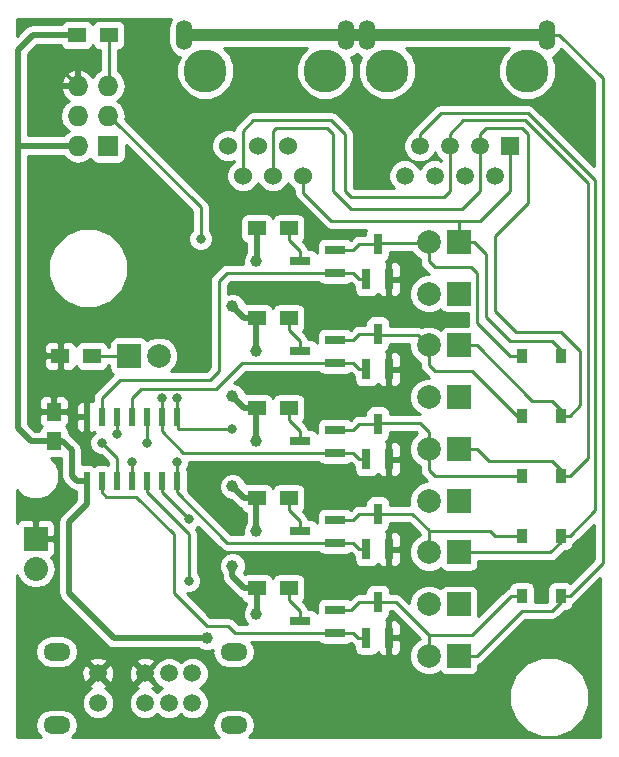
<source format=gtl>
G04 #@! TF.FileFunction,Copper,L1,Top,Signal*
%FSLAX46Y46*%
G04 Gerber Fmt 4.6, Leading zero omitted, Abs format (unit mm)*
G04 Created by KiCad (PCBNEW 4.0.2+dfsg1-stable) date Sat 10 Feb 2018 12:11:42 PM MST*
%MOMM*%
G01*
G04 APERTURE LIST*
%ADD10C,0.100000*%
%ADD11R,1.727200X1.727200*%
%ADD12O,1.727200X1.727200*%
%ADD13R,1.250000X1.500000*%
%ADD14R,0.910000X1.220000*%
%ADD15R,2.032000X2.032000*%
%ADD16O,2.032000X2.032000*%
%ADD17R,2.000000X2.000000*%
%ADD18C,2.000000*%
%ADD19R,1.800860X0.800100*%
%ADD20R,0.800100X1.800860*%
%ADD21R,1.500000X1.300000*%
%ADD22O,2.300000X1.500000*%
%ADD23C,1.500000*%
%ADD24R,0.600000X1.500000*%
%ADD25O,1.397000X2.540000*%
%ADD26C,3.649980*%
%ADD27R,1.501140X1.501140*%
%ADD28C,1.501140*%
%ADD29C,1.524000*%
%ADD30C,1.000000*%
%ADD31C,0.800000*%
%ADD32C,0.500000*%
%ADD33C,0.250000*%
%ADD34C,1.000000*%
%ADD35C,0.254000*%
G04 APERTURE END LIST*
D10*
D11*
X120142000Y-74930000D03*
D12*
X117602000Y-74930000D03*
X120142000Y-72390000D03*
X117602000Y-72390000D03*
X120142000Y-69850000D03*
X117602000Y-69850000D03*
D13*
X115570000Y-99929000D03*
X115570000Y-97429000D03*
D14*
X155210000Y-92710000D03*
X158480000Y-92710000D03*
X155210000Y-97790000D03*
X158480000Y-97790000D03*
X155210000Y-102870000D03*
X158480000Y-102870000D03*
X155210000Y-107950000D03*
X158480000Y-107950000D03*
X155210000Y-113030000D03*
X158480000Y-113030000D03*
D15*
X114046000Y-108204000D03*
D16*
X114046000Y-110744000D03*
D17*
X149860000Y-83058000D03*
D18*
X147320000Y-83058000D03*
D17*
X149860000Y-87439500D03*
D18*
X147320000Y-87439500D03*
D17*
X149860000Y-91821000D03*
D18*
X147320000Y-91821000D03*
D17*
X149860000Y-96202500D03*
D18*
X147320000Y-96202500D03*
D17*
X149860000Y-100584000D03*
D18*
X147320000Y-100584000D03*
D17*
X149860000Y-104965500D03*
D18*
X147320000Y-104965500D03*
D17*
X149860000Y-109347000D03*
D18*
X147320000Y-109347000D03*
D17*
X149860000Y-113728500D03*
D18*
X147320000Y-113728500D03*
D17*
X149860000Y-118110000D03*
D18*
X147320000Y-118110000D03*
D17*
X121920000Y-92710000D03*
D18*
X124460000Y-92710000D03*
D19*
X139423140Y-85659000D03*
X139423140Y-83759000D03*
X136420860Y-84709000D03*
X139423140Y-93279000D03*
X139423140Y-91379000D03*
X136420860Y-92329000D03*
X139423140Y-100899000D03*
X139423140Y-98999000D03*
X136420860Y-99949000D03*
X139423140Y-108519000D03*
X139423140Y-106619000D03*
X136420860Y-107569000D03*
X139423140Y-116139000D03*
X139423140Y-114239000D03*
X136420860Y-115189000D03*
D20*
X142052000Y-86210140D03*
X143952000Y-86210140D03*
X143002000Y-83207860D03*
X142052000Y-93830140D03*
X143952000Y-93830140D03*
X143002000Y-90827860D03*
X142052000Y-101450140D03*
X143952000Y-101450140D03*
X143002000Y-98447860D03*
X142052000Y-109070140D03*
X143952000Y-109070140D03*
X143002000Y-106067860D03*
X142052000Y-116563140D03*
X143952000Y-116563140D03*
X143002000Y-113560860D03*
D21*
X132762000Y-81915000D03*
X135462000Y-81915000D03*
X132762000Y-89535000D03*
X135462000Y-89535000D03*
X132762000Y-97155000D03*
X135462000Y-97155000D03*
X132762000Y-104775000D03*
X135462000Y-104775000D03*
X132762000Y-112395000D03*
X135462000Y-112395000D03*
X118825000Y-92710000D03*
X116125000Y-92710000D03*
X117522000Y-65532000D03*
X120222000Y-65532000D03*
D22*
X115817000Y-123953200D03*
X130817000Y-123953200D03*
X130817000Y-117753200D03*
D23*
X123317000Y-119603200D03*
X123317000Y-122103200D03*
X125317000Y-119603200D03*
X125317000Y-122103200D03*
X127317000Y-122103200D03*
X127317000Y-119603200D03*
X119317000Y-119603200D03*
X119317000Y-122103200D03*
D22*
X115817000Y-117753200D03*
D24*
X118364000Y-103284000D03*
X119634000Y-103284000D03*
X120904000Y-103284000D03*
X122174000Y-103284000D03*
X123444000Y-103284000D03*
X124714000Y-103284000D03*
X125984000Y-103284000D03*
X125984000Y-97884000D03*
X124714000Y-97884000D03*
X123444000Y-97884000D03*
X122174000Y-97884000D03*
X120904000Y-97884000D03*
X119634000Y-97884000D03*
X118364000Y-97884000D03*
D25*
X157353000Y-65532000D03*
D26*
X143794480Y-68580000D03*
X155663900Y-68580000D03*
D27*
X154178000Y-74930000D03*
D28*
X152908000Y-77470000D03*
X151638000Y-74930000D03*
X150368000Y-77470000D03*
X149098000Y-74930000D03*
X147828000Y-77470000D03*
X146558000Y-74930000D03*
X145288000Y-77470000D03*
D25*
X142113000Y-65532000D03*
D29*
X132858000Y-74930000D03*
X135398000Y-74930000D03*
X130318000Y-74930000D03*
X136668000Y-77470000D03*
X134128000Y-77470000D03*
X131588000Y-77470000D03*
D25*
X126619000Y-65532000D03*
X140335000Y-65532000D03*
D26*
X128397000Y-68580000D03*
X138557000Y-68580000D03*
D30*
X132715000Y-114554000D03*
X132715000Y-84709000D03*
X130683000Y-88519000D03*
X132715000Y-92329000D03*
X130683000Y-96139000D03*
X132715000Y-99949000D03*
X130683000Y-103759000D03*
X132715000Y-107569000D03*
X130683000Y-110490000D03*
X123444000Y-67183000D03*
X114046000Y-67183000D03*
X115824000Y-73660000D03*
X116078000Y-90424000D03*
X113919000Y-98298000D03*
X140335000Y-120650000D03*
X144018000Y-111506000D03*
X144018000Y-88519000D03*
X144018000Y-96139000D03*
X144018000Y-103759000D03*
X145288000Y-107569000D03*
X145288000Y-99949000D03*
X145288000Y-92329000D03*
X145288000Y-84709000D03*
X128524000Y-116586000D03*
D31*
X125984000Y-96266000D03*
X130683000Y-98933000D03*
X128016000Y-82804000D03*
X124714000Y-96266000D03*
X125984000Y-101727000D03*
X122174000Y-101727000D03*
X119634000Y-100076000D03*
X120904000Y-99314000D03*
X123444000Y-100076000D03*
X127000000Y-106553000D03*
X127000000Y-111760000D03*
D32*
X131699000Y-112395000D02*
X130683000Y-111379000D01*
X130683000Y-111379000D02*
X130683000Y-110490000D01*
X132762000Y-112395000D02*
X132762000Y-114507000D01*
D33*
X132762000Y-114507000D02*
X132715000Y-114554000D01*
D32*
X132762000Y-81915000D02*
X132762000Y-84662000D01*
D33*
X132762000Y-84662000D02*
X132715000Y-84709000D01*
D32*
X130683000Y-88519000D02*
X131699000Y-89535000D01*
X131699000Y-89535000D02*
X132762000Y-89535000D01*
D33*
X132762000Y-89535000D02*
X132715000Y-89582000D01*
D32*
X132715000Y-89582000D02*
X132715000Y-92329000D01*
X130683000Y-96139000D02*
X131699000Y-97155000D01*
X131699000Y-97155000D02*
X132762000Y-97155000D01*
D33*
X132762000Y-97155000D02*
X132715000Y-97202000D01*
D32*
X132715000Y-97202000D02*
X132715000Y-99949000D01*
X130683000Y-103759000D02*
X131699000Y-104775000D01*
X131699000Y-104775000D02*
X132762000Y-104775000D01*
D33*
X132762000Y-104775000D02*
X132715000Y-104822000D01*
D32*
X132715000Y-104822000D02*
X132715000Y-107569000D01*
X131699000Y-112395000D02*
X132762000Y-112395000D01*
D33*
X132762000Y-112395000D02*
X132715000Y-112442000D01*
X127317000Y-122103200D02*
X127387800Y-122174000D01*
X129794000Y-84709000D02*
X124079000Y-90424000D01*
X124079000Y-90424000D02*
X116078000Y-90424000D01*
X129794000Y-80518000D02*
X129794000Y-84709000D01*
X123444000Y-74168000D02*
X129794000Y-80518000D01*
X123444000Y-67183000D02*
X123444000Y-74168000D01*
X117602000Y-69850000D02*
X114935000Y-67183000D01*
X114935000Y-67183000D02*
X114046000Y-67183000D01*
X113919000Y-98298000D02*
X113919000Y-97917000D01*
X117602000Y-69850000D02*
X116380686Y-69850000D01*
X116380686Y-69850000D02*
X115824000Y-70406686D01*
X115824000Y-70406686D02*
X115824000Y-73660000D01*
X116125000Y-92710000D02*
X116125000Y-90471000D01*
X116125000Y-90471000D02*
X116078000Y-90424000D01*
X115570000Y-97429000D02*
X114407000Y-97429000D01*
X114407000Y-97429000D02*
X113919000Y-97917000D01*
X115824000Y-92409000D02*
X116125000Y-92710000D01*
X123317000Y-119603200D02*
X123317000Y-119507000D01*
X123317000Y-119507000D02*
X124714000Y-118110000D01*
X130810000Y-120650000D02*
X140335000Y-120650000D01*
X128270000Y-118110000D02*
X130810000Y-120650000D01*
X124714000Y-118110000D02*
X128270000Y-118110000D01*
X143952000Y-109070140D02*
X143952000Y-111440000D01*
X143952000Y-111440000D02*
X144018000Y-111506000D01*
X143952000Y-86210140D02*
X144018000Y-86276140D01*
X144018000Y-86276140D02*
X144018000Y-88519000D01*
X144018000Y-96139000D02*
X144018000Y-93896140D01*
X144018000Y-93896140D02*
X143952000Y-93830140D01*
X143952000Y-101450140D02*
X143952000Y-103693000D01*
X143952000Y-103693000D02*
X144018000Y-103759000D01*
X144675860Y-109070140D02*
X143952000Y-109070140D01*
X145288000Y-108458000D02*
X144675860Y-109070140D01*
X145288000Y-107569000D02*
X145288000Y-108458000D01*
X143952000Y-101450140D02*
X144675860Y-101450140D01*
X145288000Y-100838000D02*
X145288000Y-99949000D01*
X144675860Y-101450140D02*
X145288000Y-100838000D01*
X144675860Y-93830140D02*
X143952000Y-93830140D01*
X145288000Y-93218000D02*
X144675860Y-93830140D01*
X145288000Y-92329000D02*
X145288000Y-93218000D01*
X144675860Y-86210140D02*
X143952000Y-86210140D01*
X145288000Y-85598000D02*
X144675860Y-86210140D01*
X145288000Y-84709000D02*
X145288000Y-85598000D01*
D32*
X115570000Y-99929000D02*
X114695000Y-99929000D01*
X114695000Y-99929000D02*
X113645000Y-99929000D01*
X116840000Y-112776000D02*
X120650000Y-116586000D01*
X128524000Y-116586000D02*
X120650000Y-116586000D01*
X112522000Y-98806000D02*
X112522000Y-74930000D01*
X113645000Y-99929000D02*
X112522000Y-98806000D01*
X118364000Y-103284000D02*
X117508000Y-103284000D01*
X116312000Y-99929000D02*
X115570000Y-99929000D01*
X117094000Y-100711000D02*
X116312000Y-99929000D01*
X117094000Y-102870000D02*
X117094000Y-100711000D01*
X117508000Y-103284000D02*
X117094000Y-102870000D01*
X118364000Y-103284000D02*
X118364000Y-105283000D01*
X116840000Y-106807000D02*
X116840000Y-112776000D01*
X118364000Y-105283000D02*
X116840000Y-106807000D01*
X117602000Y-74930000D02*
X112522000Y-74930000D01*
X113792000Y-65532000D02*
X117522000Y-65532000D01*
X112522000Y-74930000D02*
X112522000Y-66802000D01*
X112522000Y-66802000D02*
X113792000Y-65532000D01*
D33*
X149860000Y-81280000D02*
X139065000Y-81280000D01*
X139065000Y-81280000D02*
X136668000Y-78883000D01*
X136668000Y-78883000D02*
X136668000Y-77470000D01*
X149860000Y-83058000D02*
X149860000Y-81280000D01*
X158480000Y-92710000D02*
X158480000Y-92186000D01*
X158480000Y-92186000D02*
X157734000Y-91440000D01*
X151130000Y-83058000D02*
X149860000Y-83058000D01*
X152146000Y-84074000D02*
X151130000Y-83058000D01*
X152146000Y-89408000D02*
X152146000Y-84074000D01*
X154178000Y-91440000D02*
X152146000Y-89408000D01*
X157734000Y-91440000D02*
X154178000Y-91440000D01*
X154178000Y-74930000D02*
X154178000Y-78740000D01*
X154178000Y-78740000D02*
X151638000Y-81280000D01*
X151638000Y-81280000D02*
X149860000Y-81280000D01*
X158496000Y-92694000D02*
X158480000Y-92710000D01*
X134128000Y-77470000D02*
X134128000Y-74591238D01*
X134112000Y-74575238D02*
X134112000Y-73660000D01*
X138684000Y-73406000D02*
X139192000Y-73914000D01*
X134128000Y-74591238D02*
X134112000Y-74575238D01*
X134112000Y-73660000D02*
X134366000Y-73406000D01*
X150114000Y-80264000D02*
X151638000Y-78740000D01*
X151638000Y-78740000D02*
X151638000Y-74930000D01*
X134366000Y-73406000D02*
X138684000Y-73406000D01*
X139192000Y-73914000D02*
X139192000Y-78740000D01*
X139192000Y-78740000D02*
X140716000Y-80264000D01*
X140716000Y-80264000D02*
X150114000Y-80264000D01*
X149860000Y-91821000D02*
X151384000Y-91821000D01*
X157734000Y-96520000D02*
X158480000Y-97266000D01*
X156083000Y-96520000D02*
X157734000Y-96520000D01*
X151384000Y-91821000D02*
X156083000Y-96520000D01*
X158480000Y-97266000D02*
X158480000Y-97790000D01*
X158480000Y-97790000D02*
X159258000Y-97790000D01*
X151638000Y-73914000D02*
X151638000Y-74930000D01*
X152146000Y-73406000D02*
X151638000Y-73914000D01*
X155194000Y-73406000D02*
X152146000Y-73406000D01*
X155702000Y-73914000D02*
X155194000Y-73406000D01*
X155702000Y-79756000D02*
X155702000Y-73914000D01*
X152908000Y-82550000D02*
X155702000Y-79756000D01*
X152908000Y-88900000D02*
X152908000Y-82550000D01*
X154686000Y-90678000D02*
X152908000Y-88900000D01*
X158496000Y-90678000D02*
X154686000Y-90678000D01*
X160147000Y-92329000D02*
X158496000Y-90678000D01*
X160147000Y-96901000D02*
X160147000Y-92329000D01*
X159258000Y-97790000D02*
X160147000Y-96901000D01*
X149098000Y-74930000D02*
X149098000Y-78740000D01*
X149098000Y-78740000D02*
X148590000Y-79248000D01*
X132461000Y-72771000D02*
X131588000Y-73644000D01*
X148590000Y-79248000D02*
X140716000Y-79248000D01*
X140208000Y-78740000D02*
X140208000Y-73914000D01*
X140716000Y-79248000D02*
X140208000Y-78740000D01*
X140208000Y-73914000D02*
X139065000Y-72771000D01*
X139065000Y-72771000D02*
X132461000Y-72771000D01*
X131588000Y-73644000D02*
X131588000Y-77470000D01*
X149860000Y-100584000D02*
X151384000Y-100584000D01*
X157734000Y-101600000D02*
X158480000Y-102346000D01*
X152400000Y-101600000D02*
X157734000Y-101600000D01*
X151384000Y-100584000D02*
X152400000Y-101600000D01*
X158480000Y-102346000D02*
X158480000Y-102870000D01*
X149098000Y-74930000D02*
X149098000Y-73914000D01*
X159258000Y-102870000D02*
X158480000Y-102870000D01*
X160782000Y-101346000D02*
X159258000Y-102870000D01*
X160782000Y-78105000D02*
X160782000Y-101346000D01*
X155448000Y-72771000D02*
X160782000Y-78105000D01*
X150241000Y-72771000D02*
X155448000Y-72771000D01*
X149098000Y-73914000D02*
X150241000Y-72771000D01*
X158480000Y-107950000D02*
X158480000Y-108474000D01*
X158480000Y-108474000D02*
X157607000Y-109347000D01*
X157607000Y-109347000D02*
X149860000Y-109347000D01*
X158480000Y-107950000D02*
X159258000Y-107950000D01*
X146558000Y-73914000D02*
X146558000Y-74930000D01*
X148336000Y-72136000D02*
X146558000Y-73914000D01*
X155702000Y-72136000D02*
X148336000Y-72136000D01*
X161417000Y-77851000D02*
X155702000Y-72136000D01*
X161417000Y-105791000D02*
X161417000Y-77851000D01*
X159258000Y-107950000D02*
X161417000Y-105791000D01*
X157353000Y-65532000D02*
X158369000Y-65532000D01*
X159258000Y-113030000D02*
X158480000Y-113030000D01*
X162052000Y-110236000D02*
X159258000Y-113030000D01*
X162052000Y-69215000D02*
X162052000Y-110236000D01*
X158369000Y-65532000D02*
X162052000Y-69215000D01*
D34*
X142113000Y-65532000D02*
X157353000Y-65532000D01*
D33*
X158480000Y-113030000D02*
X158480000Y-113554000D01*
X158480000Y-113554000D02*
X157734000Y-114300000D01*
X151384000Y-118110000D02*
X149860000Y-118110000D01*
X155194000Y-114300000D02*
X151384000Y-118110000D01*
X157734000Y-114300000D02*
X155194000Y-114300000D01*
D34*
X142113000Y-65532000D02*
X140335000Y-65532000D01*
X140335000Y-65532000D02*
X126619000Y-65532000D01*
D33*
X125984000Y-97884000D02*
X125984000Y-96266000D01*
X126111000Y-98933000D02*
X126111000Y-98011000D01*
X130683000Y-98933000D02*
X126111000Y-98933000D01*
X126111000Y-98011000D02*
X125984000Y-97884000D01*
X128016000Y-80137000D02*
X128016000Y-82804000D01*
X124714000Y-97884000D02*
X124714000Y-96266000D01*
X128016000Y-80137000D02*
X120269000Y-72390000D01*
X120269000Y-72390000D02*
X120142000Y-72390000D01*
X139423140Y-100899000D02*
X126553000Y-100899000D01*
X124714000Y-99060000D02*
X124714000Y-97884000D01*
X126553000Y-100899000D02*
X124714000Y-99060000D01*
X142052000Y-101450140D02*
X141455140Y-101450140D01*
X140904000Y-100899000D02*
X139423140Y-100899000D01*
X141455140Y-101450140D02*
X140904000Y-100899000D01*
X125984000Y-103284000D02*
X125984000Y-101727000D01*
X139423140Y-108519000D02*
X130236000Y-108519000D01*
X125984000Y-104267000D02*
X125984000Y-103284000D01*
X130236000Y-108519000D02*
X125984000Y-104267000D01*
X142052000Y-109070140D02*
X141455140Y-109070140D01*
X140904000Y-108519000D02*
X139423140Y-108519000D01*
X141455140Y-109070140D02*
X140904000Y-108519000D01*
X122174000Y-103284000D02*
X122174000Y-101727000D01*
X120142000Y-69850000D02*
X120222000Y-69770000D01*
X120222000Y-69770000D02*
X120222000Y-65532000D01*
X120904000Y-103284000D02*
X120904000Y-101346000D01*
X120904000Y-101346000D02*
X119634000Y-100076000D01*
X119634000Y-97884000D02*
X119634000Y-96266000D01*
X130241000Y-85659000D02*
X139423140Y-85659000D01*
X129540000Y-86360000D02*
X130241000Y-85659000D01*
X129540000Y-93980000D02*
X129540000Y-86360000D01*
X128778000Y-94742000D02*
X129540000Y-93980000D01*
X121158000Y-94742000D02*
X128778000Y-94742000D01*
X119634000Y-96266000D02*
X121158000Y-94742000D01*
X142052000Y-86210140D02*
X141455140Y-86210140D01*
X140904000Y-85659000D02*
X139423140Y-85659000D01*
X141455140Y-86210140D02*
X140904000Y-85659000D01*
X135462000Y-81915000D02*
X135462000Y-82884000D01*
X136420860Y-83842860D02*
X136420860Y-84709000D01*
X135462000Y-82884000D02*
X136420860Y-83842860D01*
X120904000Y-99314000D02*
X120904000Y-97884000D01*
X139423140Y-93279000D02*
X131511000Y-93279000D01*
X122174000Y-96266000D02*
X122174000Y-97884000D01*
X122936000Y-95504000D02*
X122174000Y-96266000D01*
X129286000Y-95504000D02*
X122936000Y-95504000D01*
X131511000Y-93279000D02*
X129286000Y-95504000D01*
X142052000Y-93830140D02*
X141455140Y-93830140D01*
X140904000Y-93279000D02*
X139423140Y-93279000D01*
X141455140Y-93830140D02*
X140904000Y-93279000D01*
X135462000Y-89535000D02*
X135462000Y-90504000D01*
X136420860Y-91462860D02*
X136420860Y-92329000D01*
X135462000Y-90504000D02*
X136420860Y-91462860D01*
X123444000Y-100076000D02*
X123444000Y-97884000D01*
X135462000Y-97155000D02*
X135462000Y-98124000D01*
X136420860Y-99082860D02*
X136420860Y-99949000D01*
X135462000Y-98124000D02*
X136420860Y-99082860D01*
X135462000Y-104775000D02*
X135462000Y-105744000D01*
X136420860Y-106702860D02*
X136420860Y-107569000D01*
X135462000Y-105744000D02*
X136420860Y-106702860D01*
X124714000Y-103284000D02*
X124714000Y-104267000D01*
X124714000Y-104267000D02*
X127000000Y-106553000D01*
X130937000Y-116139000D02*
X139423140Y-116139000D01*
X119634000Y-103284000D02*
X119634000Y-104267000D01*
X128524000Y-115570000D02*
X130368000Y-115570000D01*
X119634000Y-104267000D02*
X120015000Y-104648000D01*
X120015000Y-104648000D02*
X122555000Y-104648000D01*
X122555000Y-104648000D02*
X125730000Y-107823000D01*
X130368000Y-115570000D02*
X130937000Y-116139000D01*
X125730000Y-107823000D02*
X125730000Y-112776000D01*
X125730000Y-112776000D02*
X128524000Y-115570000D01*
X139362140Y-116078000D02*
X139423140Y-116139000D01*
X142052000Y-116563140D02*
X141328140Y-116563140D01*
X140904000Y-116139000D02*
X139423140Y-116139000D01*
X141328140Y-116563140D02*
X140904000Y-116139000D01*
X135462000Y-112395000D02*
X135462000Y-113364000D01*
X136420860Y-114322860D02*
X136420860Y-115189000D01*
X135462000Y-113364000D02*
X136420860Y-114322860D01*
X127000000Y-107823000D02*
X127000000Y-111760000D01*
X123444000Y-104267000D02*
X127000000Y-107823000D01*
X123444000Y-103284000D02*
X123444000Y-104267000D01*
X118825000Y-92710000D02*
X121920000Y-92710000D01*
X143002000Y-83207860D02*
X141455140Y-83207860D01*
X140904000Y-83759000D02*
X139423140Y-83759000D01*
X141455140Y-83207860D02*
X140904000Y-83759000D01*
X143002000Y-83207860D02*
X143024860Y-83185000D01*
X143024860Y-83185000D02*
X147193000Y-83185000D01*
X147193000Y-83185000D02*
X147320000Y-83058000D01*
X147320000Y-83058000D02*
X147320000Y-84709000D01*
X154178000Y-92710000D02*
X155210000Y-92710000D01*
X151384000Y-89916000D02*
X154178000Y-92710000D01*
X151384000Y-85725000D02*
X151384000Y-89916000D01*
X150876000Y-85217000D02*
X151384000Y-85725000D01*
X147828000Y-85217000D02*
X150876000Y-85217000D01*
X147320000Y-84709000D02*
X147828000Y-85217000D01*
X143002000Y-90827860D02*
X141455140Y-90827860D01*
X140904000Y-91379000D02*
X139423140Y-91379000D01*
X141455140Y-90827860D02*
X140904000Y-91379000D01*
X143002000Y-90827860D02*
X143106140Y-90932000D01*
X143106140Y-90932000D02*
X146431000Y-90932000D01*
X146431000Y-90932000D02*
X147320000Y-91821000D01*
X155210000Y-97790000D02*
X154813000Y-97790000D01*
X154813000Y-97790000D02*
X151003000Y-93980000D01*
X151003000Y-93980000D02*
X147828000Y-93980000D01*
X147828000Y-93980000D02*
X147320000Y-93472000D01*
X147320000Y-93472000D02*
X147320000Y-91821000D01*
X143002000Y-98447860D02*
X141455140Y-98447860D01*
X140904000Y-98999000D02*
X139423140Y-98999000D01*
X141455140Y-98447860D02*
X140904000Y-98999000D01*
X143002000Y-98447860D02*
X143024860Y-98425000D01*
X143024860Y-98425000D02*
X146558000Y-98425000D01*
X146558000Y-98425000D02*
X147320000Y-99187000D01*
X147320000Y-99187000D02*
X147320000Y-100584000D01*
X155210000Y-102870000D02*
X147828000Y-102870000D01*
X147320000Y-102362000D02*
X147320000Y-100584000D01*
X147828000Y-102870000D02*
X147320000Y-102362000D01*
X143002000Y-106067860D02*
X141455140Y-106067860D01*
X140904000Y-106619000D02*
X139423140Y-106619000D01*
X141455140Y-106067860D02*
X140904000Y-106619000D01*
X147320000Y-107569000D02*
X152527000Y-107569000D01*
X152908000Y-107950000D02*
X155210000Y-107950000D01*
X152527000Y-107569000D02*
X152908000Y-107950000D01*
X143002000Y-106067860D02*
X145945860Y-106067860D01*
X147320000Y-107442000D02*
X147320000Y-107569000D01*
X147320000Y-107569000D02*
X147320000Y-109347000D01*
X145945860Y-106067860D02*
X147320000Y-107442000D01*
X143002000Y-113560860D02*
X141455140Y-113560860D01*
X140777000Y-114239000D02*
X139423140Y-114239000D01*
X141455140Y-113560860D02*
X140777000Y-114239000D01*
X147320000Y-116332000D02*
X151003000Y-116332000D01*
X154305000Y-113030000D02*
X155210000Y-113030000D01*
X151003000Y-116332000D02*
X154305000Y-113030000D01*
X143002000Y-113560860D02*
X144548860Y-113560860D01*
X144548860Y-113560860D02*
X147320000Y-116332000D01*
X147320000Y-116332000D02*
X147320000Y-118110000D01*
D35*
G36*
X116209000Y-102869995D02*
X116208999Y-102870000D01*
X116259126Y-103122000D01*
X116276367Y-103208675D01*
X116409151Y-103407401D01*
X116468210Y-103495790D01*
X116882208Y-103909787D01*
X116882210Y-103909790D01*
X117169325Y-104101633D01*
X117439394Y-104155353D01*
X117460838Y-104269317D01*
X117479000Y-104297542D01*
X117479000Y-104916421D01*
X116214210Y-106181210D01*
X116022367Y-106468325D01*
X116022367Y-106468326D01*
X115954999Y-106807000D01*
X115955000Y-106807005D01*
X115955000Y-112775995D01*
X115954999Y-112776000D01*
X115986110Y-112932401D01*
X116022367Y-113114675D01*
X116155151Y-113313401D01*
X116214210Y-113401790D01*
X120024208Y-117211787D01*
X120024210Y-117211790D01*
X120311325Y-117403633D01*
X120367516Y-117414810D01*
X120650000Y-117471001D01*
X120650005Y-117471000D01*
X127803724Y-117471000D01*
X127880235Y-117547645D01*
X128297244Y-117720803D01*
X128748775Y-117721197D01*
X129026197Y-117606568D01*
X128997030Y-117753200D01*
X129102457Y-118283217D01*
X129402687Y-118732543D01*
X129852013Y-119032773D01*
X130382030Y-119138200D01*
X131251970Y-119138200D01*
X131781987Y-119032773D01*
X132231313Y-118732543D01*
X132531543Y-118283217D01*
X132636970Y-117753200D01*
X132531543Y-117223183D01*
X132314931Y-116899000D01*
X137999747Y-116899000D01*
X138058620Y-116990491D01*
X138270820Y-117135481D01*
X138522710Y-117186490D01*
X140323570Y-117186490D01*
X140558887Y-117142212D01*
X140725316Y-117035118D01*
X140790739Y-117100541D01*
X141004510Y-117243378D01*
X141004510Y-117463570D01*
X141048788Y-117698887D01*
X141187860Y-117915011D01*
X141400060Y-118060001D01*
X141651950Y-118111010D01*
X142452050Y-118111010D01*
X142687367Y-118066732D01*
X142903491Y-117927660D01*
X142998977Y-117787911D01*
X143013623Y-117823269D01*
X143192252Y-118001897D01*
X143425641Y-118098570D01*
X143666250Y-118098570D01*
X143825000Y-117939820D01*
X143825000Y-116690140D01*
X144079000Y-116690140D01*
X144079000Y-117939820D01*
X144237750Y-118098570D01*
X144478359Y-118098570D01*
X144711748Y-118001897D01*
X144890377Y-117823269D01*
X144987050Y-117589880D01*
X144987050Y-116848890D01*
X144828300Y-116690140D01*
X144079000Y-116690140D01*
X143825000Y-116690140D01*
X143805000Y-116690140D01*
X143805000Y-116436140D01*
X143825000Y-116436140D01*
X143825000Y-115186460D01*
X144079000Y-115186460D01*
X144079000Y-116436140D01*
X144828300Y-116436140D01*
X144987050Y-116277390D01*
X144987050Y-115536400D01*
X144890377Y-115303011D01*
X144711748Y-115124383D01*
X144478359Y-115027710D01*
X144237750Y-115027710D01*
X144079000Y-115186460D01*
X143825000Y-115186460D01*
X143677297Y-115038757D01*
X143853491Y-114925380D01*
X143998481Y-114713180D01*
X144049490Y-114461290D01*
X144049490Y-114320860D01*
X144234058Y-114320860D01*
X146560000Y-116646802D01*
X146560000Y-116654953D01*
X146395057Y-116723106D01*
X145934722Y-117182637D01*
X145685284Y-117783352D01*
X145684716Y-118433795D01*
X145933106Y-119034943D01*
X146392637Y-119495278D01*
X146993352Y-119744716D01*
X147643795Y-119745284D01*
X148244943Y-119496894D01*
X148311574Y-119430379D01*
X148395910Y-119561441D01*
X148608110Y-119706431D01*
X148860000Y-119757440D01*
X150860000Y-119757440D01*
X151095317Y-119713162D01*
X151311441Y-119574090D01*
X151456431Y-119361890D01*
X151507440Y-119110000D01*
X151507440Y-118845446D01*
X151674839Y-118812148D01*
X151921401Y-118647401D01*
X155508802Y-115060000D01*
X157734000Y-115060000D01*
X158024839Y-115002148D01*
X158271401Y-114837401D01*
X158821362Y-114287440D01*
X158935000Y-114287440D01*
X159170317Y-114243162D01*
X159386441Y-114104090D01*
X159531431Y-113891890D01*
X159566118Y-113720603D01*
X159795401Y-113567401D01*
X161850000Y-111512802D01*
X161850000Y-125020000D01*
X132100424Y-125020000D01*
X132231313Y-124932543D01*
X132531543Y-124483217D01*
X132636970Y-123953200D01*
X132531543Y-123423183D01*
X132231313Y-122973857D01*
X131781987Y-122673627D01*
X131251970Y-122568200D01*
X130382030Y-122568200D01*
X129852013Y-122673627D01*
X129402687Y-122973857D01*
X129102457Y-123423183D01*
X128997030Y-123953200D01*
X129102457Y-124483217D01*
X129402687Y-124932543D01*
X129533576Y-125020000D01*
X117100424Y-125020000D01*
X117231313Y-124932543D01*
X117531543Y-124483217D01*
X117636970Y-123953200D01*
X117531543Y-123423183D01*
X117231313Y-122973857D01*
X116781987Y-122673627D01*
X116251970Y-122568200D01*
X115382030Y-122568200D01*
X114852013Y-122673627D01*
X114402687Y-122973857D01*
X114102457Y-123423183D01*
X113997030Y-123953200D01*
X114102457Y-124483217D01*
X114402687Y-124932543D01*
X114533576Y-125020000D01*
X112470000Y-125020000D01*
X112470000Y-122377485D01*
X117931760Y-122377485D01*
X118142169Y-122886715D01*
X118531436Y-123276661D01*
X119040298Y-123487959D01*
X119591285Y-123488440D01*
X120100515Y-123278031D01*
X120490461Y-122888764D01*
X120701759Y-122379902D01*
X120701761Y-122377485D01*
X121931760Y-122377485D01*
X122142169Y-122886715D01*
X122531436Y-123276661D01*
X123040298Y-123487959D01*
X123591285Y-123488440D01*
X124100515Y-123278031D01*
X124317036Y-123061887D01*
X124531436Y-123276661D01*
X125040298Y-123487959D01*
X125591285Y-123488440D01*
X126100515Y-123278031D01*
X126317036Y-123061887D01*
X126531436Y-123276661D01*
X127040298Y-123487959D01*
X127591285Y-123488440D01*
X128100515Y-123278031D01*
X128490461Y-122888764D01*
X128701759Y-122379902D01*
X128701872Y-122250364D01*
X154114414Y-122250364D01*
X154628663Y-123494943D01*
X155580048Y-124447990D01*
X156823728Y-124964411D01*
X158170364Y-124965586D01*
X159414943Y-124451337D01*
X160367990Y-123499952D01*
X160884411Y-122256272D01*
X160885586Y-120909636D01*
X160371337Y-119665057D01*
X159419952Y-118712010D01*
X158176272Y-118195589D01*
X156829636Y-118194414D01*
X155585057Y-118708663D01*
X154632010Y-119660048D01*
X154115589Y-120903728D01*
X154114414Y-122250364D01*
X128701872Y-122250364D01*
X128702240Y-121828915D01*
X128491831Y-121319685D01*
X128102564Y-120929739D01*
X127918414Y-120853273D01*
X128100515Y-120778031D01*
X128490461Y-120388764D01*
X128701759Y-119879902D01*
X128702240Y-119328915D01*
X128491831Y-118819685D01*
X128102564Y-118429739D01*
X127593702Y-118218441D01*
X127042715Y-118217960D01*
X126533485Y-118428369D01*
X126316964Y-118644513D01*
X126102564Y-118429739D01*
X125593702Y-118218441D01*
X125042715Y-118217960D01*
X124533485Y-118428369D01*
X124143539Y-118817636D01*
X124045099Y-119054706D01*
X123496605Y-119603200D01*
X124045033Y-120151628D01*
X124142169Y-120386715D01*
X124531436Y-120776661D01*
X124715586Y-120853127D01*
X124533485Y-120928369D01*
X124316964Y-121144513D01*
X124102564Y-120929739D01*
X123934246Y-120859847D01*
X124040923Y-120815660D01*
X124108912Y-120574717D01*
X123317000Y-119782805D01*
X122525088Y-120574717D01*
X122593077Y-120815660D01*
X122707611Y-120856422D01*
X122533485Y-120928369D01*
X122143539Y-121317636D01*
X121932241Y-121826498D01*
X121931760Y-122377485D01*
X120701761Y-122377485D01*
X120702240Y-121828915D01*
X120491831Y-121319685D01*
X120102564Y-120929739D01*
X119934246Y-120859847D01*
X120040923Y-120815660D01*
X120108912Y-120574717D01*
X119317000Y-119782805D01*
X118525088Y-120574717D01*
X118593077Y-120815660D01*
X118707611Y-120856422D01*
X118533485Y-120928369D01*
X118143539Y-121317636D01*
X117932241Y-121826498D01*
X117931760Y-122377485D01*
X112470000Y-122377485D01*
X112470000Y-119398371D01*
X117919799Y-119398371D01*
X117947770Y-119948648D01*
X118104540Y-120327123D01*
X118345483Y-120395112D01*
X119137395Y-119603200D01*
X119496605Y-119603200D01*
X120288517Y-120395112D01*
X120529460Y-120327123D01*
X120714201Y-119808029D01*
X120693378Y-119398371D01*
X121919799Y-119398371D01*
X121947770Y-119948648D01*
X122104540Y-120327123D01*
X122345483Y-120395112D01*
X123137395Y-119603200D01*
X122345483Y-118811288D01*
X122104540Y-118879277D01*
X121919799Y-119398371D01*
X120693378Y-119398371D01*
X120686230Y-119257752D01*
X120529460Y-118879277D01*
X120288517Y-118811288D01*
X119496605Y-119603200D01*
X119137395Y-119603200D01*
X118345483Y-118811288D01*
X118104540Y-118879277D01*
X117919799Y-119398371D01*
X112470000Y-119398371D01*
X112470000Y-117753200D01*
X113997030Y-117753200D01*
X114102457Y-118283217D01*
X114402687Y-118732543D01*
X114852013Y-119032773D01*
X115382030Y-119138200D01*
X116251970Y-119138200D01*
X116781987Y-119032773D01*
X117231313Y-118732543D01*
X117298705Y-118631683D01*
X118525088Y-118631683D01*
X119317000Y-119423595D01*
X120108912Y-118631683D01*
X122525088Y-118631683D01*
X123317000Y-119423595D01*
X124108912Y-118631683D01*
X124040923Y-118390740D01*
X123521829Y-118205999D01*
X122971552Y-118233970D01*
X122593077Y-118390740D01*
X122525088Y-118631683D01*
X120108912Y-118631683D01*
X120040923Y-118390740D01*
X119521829Y-118205999D01*
X118971552Y-118233970D01*
X118593077Y-118390740D01*
X118525088Y-118631683D01*
X117298705Y-118631683D01*
X117531543Y-118283217D01*
X117636970Y-117753200D01*
X117531543Y-117223183D01*
X117231313Y-116773857D01*
X116781987Y-116473627D01*
X116251970Y-116368200D01*
X115382030Y-116368200D01*
X114852013Y-116473627D01*
X114402687Y-116773857D01*
X114102457Y-117223183D01*
X113997030Y-117753200D01*
X112470000Y-117753200D01*
X112470000Y-111283659D01*
X112488330Y-111375810D01*
X112846222Y-111911433D01*
X113381845Y-112269325D01*
X114013655Y-112395000D01*
X114078345Y-112395000D01*
X114710155Y-112269325D01*
X115245778Y-111911433D01*
X115603670Y-111375810D01*
X115729345Y-110744000D01*
X115603670Y-110112190D01*
X115379034Y-109775999D01*
X115421698Y-109758327D01*
X115600327Y-109579699D01*
X115697000Y-109346310D01*
X115697000Y-108489750D01*
X115538250Y-108331000D01*
X114173000Y-108331000D01*
X114173000Y-108351000D01*
X113919000Y-108351000D01*
X113919000Y-108331000D01*
X113899000Y-108331000D01*
X113899000Y-108077000D01*
X113919000Y-108077000D01*
X113919000Y-106711750D01*
X114173000Y-106711750D01*
X114173000Y-108077000D01*
X115538250Y-108077000D01*
X115697000Y-107918250D01*
X115697000Y-107061690D01*
X115600327Y-106828301D01*
X115421698Y-106649673D01*
X115188309Y-106553000D01*
X114331750Y-106553000D01*
X114173000Y-106711750D01*
X113919000Y-106711750D01*
X113760250Y-106553000D01*
X112903691Y-106553000D01*
X112670302Y-106649673D01*
X112491673Y-106828301D01*
X112470000Y-106880624D01*
X112470000Y-104100913D01*
X112920120Y-104551819D01*
X113649427Y-104854654D01*
X114439109Y-104855343D01*
X115168943Y-104553782D01*
X115727819Y-103995880D01*
X116030654Y-103266573D01*
X116031343Y-102476891D01*
X115729782Y-101747057D01*
X115309898Y-101326440D01*
X116195000Y-101326440D01*
X116209000Y-101323806D01*
X116209000Y-102869995D01*
X116209000Y-102869995D01*
G37*
X116209000Y-102869995D02*
X116208999Y-102870000D01*
X116259126Y-103122000D01*
X116276367Y-103208675D01*
X116409151Y-103407401D01*
X116468210Y-103495790D01*
X116882208Y-103909787D01*
X116882210Y-103909790D01*
X117169325Y-104101633D01*
X117439394Y-104155353D01*
X117460838Y-104269317D01*
X117479000Y-104297542D01*
X117479000Y-104916421D01*
X116214210Y-106181210D01*
X116022367Y-106468325D01*
X116022367Y-106468326D01*
X115954999Y-106807000D01*
X115955000Y-106807005D01*
X115955000Y-112775995D01*
X115954999Y-112776000D01*
X115986110Y-112932401D01*
X116022367Y-113114675D01*
X116155151Y-113313401D01*
X116214210Y-113401790D01*
X120024208Y-117211787D01*
X120024210Y-117211790D01*
X120311325Y-117403633D01*
X120367516Y-117414810D01*
X120650000Y-117471001D01*
X120650005Y-117471000D01*
X127803724Y-117471000D01*
X127880235Y-117547645D01*
X128297244Y-117720803D01*
X128748775Y-117721197D01*
X129026197Y-117606568D01*
X128997030Y-117753200D01*
X129102457Y-118283217D01*
X129402687Y-118732543D01*
X129852013Y-119032773D01*
X130382030Y-119138200D01*
X131251970Y-119138200D01*
X131781987Y-119032773D01*
X132231313Y-118732543D01*
X132531543Y-118283217D01*
X132636970Y-117753200D01*
X132531543Y-117223183D01*
X132314931Y-116899000D01*
X137999747Y-116899000D01*
X138058620Y-116990491D01*
X138270820Y-117135481D01*
X138522710Y-117186490D01*
X140323570Y-117186490D01*
X140558887Y-117142212D01*
X140725316Y-117035118D01*
X140790739Y-117100541D01*
X141004510Y-117243378D01*
X141004510Y-117463570D01*
X141048788Y-117698887D01*
X141187860Y-117915011D01*
X141400060Y-118060001D01*
X141651950Y-118111010D01*
X142452050Y-118111010D01*
X142687367Y-118066732D01*
X142903491Y-117927660D01*
X142998977Y-117787911D01*
X143013623Y-117823269D01*
X143192252Y-118001897D01*
X143425641Y-118098570D01*
X143666250Y-118098570D01*
X143825000Y-117939820D01*
X143825000Y-116690140D01*
X144079000Y-116690140D01*
X144079000Y-117939820D01*
X144237750Y-118098570D01*
X144478359Y-118098570D01*
X144711748Y-118001897D01*
X144890377Y-117823269D01*
X144987050Y-117589880D01*
X144987050Y-116848890D01*
X144828300Y-116690140D01*
X144079000Y-116690140D01*
X143825000Y-116690140D01*
X143805000Y-116690140D01*
X143805000Y-116436140D01*
X143825000Y-116436140D01*
X143825000Y-115186460D01*
X144079000Y-115186460D01*
X144079000Y-116436140D01*
X144828300Y-116436140D01*
X144987050Y-116277390D01*
X144987050Y-115536400D01*
X144890377Y-115303011D01*
X144711748Y-115124383D01*
X144478359Y-115027710D01*
X144237750Y-115027710D01*
X144079000Y-115186460D01*
X143825000Y-115186460D01*
X143677297Y-115038757D01*
X143853491Y-114925380D01*
X143998481Y-114713180D01*
X144049490Y-114461290D01*
X144049490Y-114320860D01*
X144234058Y-114320860D01*
X146560000Y-116646802D01*
X146560000Y-116654953D01*
X146395057Y-116723106D01*
X145934722Y-117182637D01*
X145685284Y-117783352D01*
X145684716Y-118433795D01*
X145933106Y-119034943D01*
X146392637Y-119495278D01*
X146993352Y-119744716D01*
X147643795Y-119745284D01*
X148244943Y-119496894D01*
X148311574Y-119430379D01*
X148395910Y-119561441D01*
X148608110Y-119706431D01*
X148860000Y-119757440D01*
X150860000Y-119757440D01*
X151095317Y-119713162D01*
X151311441Y-119574090D01*
X151456431Y-119361890D01*
X151507440Y-119110000D01*
X151507440Y-118845446D01*
X151674839Y-118812148D01*
X151921401Y-118647401D01*
X155508802Y-115060000D01*
X157734000Y-115060000D01*
X158024839Y-115002148D01*
X158271401Y-114837401D01*
X158821362Y-114287440D01*
X158935000Y-114287440D01*
X159170317Y-114243162D01*
X159386441Y-114104090D01*
X159531431Y-113891890D01*
X159566118Y-113720603D01*
X159795401Y-113567401D01*
X161850000Y-111512802D01*
X161850000Y-125020000D01*
X132100424Y-125020000D01*
X132231313Y-124932543D01*
X132531543Y-124483217D01*
X132636970Y-123953200D01*
X132531543Y-123423183D01*
X132231313Y-122973857D01*
X131781987Y-122673627D01*
X131251970Y-122568200D01*
X130382030Y-122568200D01*
X129852013Y-122673627D01*
X129402687Y-122973857D01*
X129102457Y-123423183D01*
X128997030Y-123953200D01*
X129102457Y-124483217D01*
X129402687Y-124932543D01*
X129533576Y-125020000D01*
X117100424Y-125020000D01*
X117231313Y-124932543D01*
X117531543Y-124483217D01*
X117636970Y-123953200D01*
X117531543Y-123423183D01*
X117231313Y-122973857D01*
X116781987Y-122673627D01*
X116251970Y-122568200D01*
X115382030Y-122568200D01*
X114852013Y-122673627D01*
X114402687Y-122973857D01*
X114102457Y-123423183D01*
X113997030Y-123953200D01*
X114102457Y-124483217D01*
X114402687Y-124932543D01*
X114533576Y-125020000D01*
X112470000Y-125020000D01*
X112470000Y-122377485D01*
X117931760Y-122377485D01*
X118142169Y-122886715D01*
X118531436Y-123276661D01*
X119040298Y-123487959D01*
X119591285Y-123488440D01*
X120100515Y-123278031D01*
X120490461Y-122888764D01*
X120701759Y-122379902D01*
X120701761Y-122377485D01*
X121931760Y-122377485D01*
X122142169Y-122886715D01*
X122531436Y-123276661D01*
X123040298Y-123487959D01*
X123591285Y-123488440D01*
X124100515Y-123278031D01*
X124317036Y-123061887D01*
X124531436Y-123276661D01*
X125040298Y-123487959D01*
X125591285Y-123488440D01*
X126100515Y-123278031D01*
X126317036Y-123061887D01*
X126531436Y-123276661D01*
X127040298Y-123487959D01*
X127591285Y-123488440D01*
X128100515Y-123278031D01*
X128490461Y-122888764D01*
X128701759Y-122379902D01*
X128701872Y-122250364D01*
X154114414Y-122250364D01*
X154628663Y-123494943D01*
X155580048Y-124447990D01*
X156823728Y-124964411D01*
X158170364Y-124965586D01*
X159414943Y-124451337D01*
X160367990Y-123499952D01*
X160884411Y-122256272D01*
X160885586Y-120909636D01*
X160371337Y-119665057D01*
X159419952Y-118712010D01*
X158176272Y-118195589D01*
X156829636Y-118194414D01*
X155585057Y-118708663D01*
X154632010Y-119660048D01*
X154115589Y-120903728D01*
X154114414Y-122250364D01*
X128701872Y-122250364D01*
X128702240Y-121828915D01*
X128491831Y-121319685D01*
X128102564Y-120929739D01*
X127918414Y-120853273D01*
X128100515Y-120778031D01*
X128490461Y-120388764D01*
X128701759Y-119879902D01*
X128702240Y-119328915D01*
X128491831Y-118819685D01*
X128102564Y-118429739D01*
X127593702Y-118218441D01*
X127042715Y-118217960D01*
X126533485Y-118428369D01*
X126316964Y-118644513D01*
X126102564Y-118429739D01*
X125593702Y-118218441D01*
X125042715Y-118217960D01*
X124533485Y-118428369D01*
X124143539Y-118817636D01*
X124045099Y-119054706D01*
X123496605Y-119603200D01*
X124045033Y-120151628D01*
X124142169Y-120386715D01*
X124531436Y-120776661D01*
X124715586Y-120853127D01*
X124533485Y-120928369D01*
X124316964Y-121144513D01*
X124102564Y-120929739D01*
X123934246Y-120859847D01*
X124040923Y-120815660D01*
X124108912Y-120574717D01*
X123317000Y-119782805D01*
X122525088Y-120574717D01*
X122593077Y-120815660D01*
X122707611Y-120856422D01*
X122533485Y-120928369D01*
X122143539Y-121317636D01*
X121932241Y-121826498D01*
X121931760Y-122377485D01*
X120701761Y-122377485D01*
X120702240Y-121828915D01*
X120491831Y-121319685D01*
X120102564Y-120929739D01*
X119934246Y-120859847D01*
X120040923Y-120815660D01*
X120108912Y-120574717D01*
X119317000Y-119782805D01*
X118525088Y-120574717D01*
X118593077Y-120815660D01*
X118707611Y-120856422D01*
X118533485Y-120928369D01*
X118143539Y-121317636D01*
X117932241Y-121826498D01*
X117931760Y-122377485D01*
X112470000Y-122377485D01*
X112470000Y-119398371D01*
X117919799Y-119398371D01*
X117947770Y-119948648D01*
X118104540Y-120327123D01*
X118345483Y-120395112D01*
X119137395Y-119603200D01*
X119496605Y-119603200D01*
X120288517Y-120395112D01*
X120529460Y-120327123D01*
X120714201Y-119808029D01*
X120693378Y-119398371D01*
X121919799Y-119398371D01*
X121947770Y-119948648D01*
X122104540Y-120327123D01*
X122345483Y-120395112D01*
X123137395Y-119603200D01*
X122345483Y-118811288D01*
X122104540Y-118879277D01*
X121919799Y-119398371D01*
X120693378Y-119398371D01*
X120686230Y-119257752D01*
X120529460Y-118879277D01*
X120288517Y-118811288D01*
X119496605Y-119603200D01*
X119137395Y-119603200D01*
X118345483Y-118811288D01*
X118104540Y-118879277D01*
X117919799Y-119398371D01*
X112470000Y-119398371D01*
X112470000Y-117753200D01*
X113997030Y-117753200D01*
X114102457Y-118283217D01*
X114402687Y-118732543D01*
X114852013Y-119032773D01*
X115382030Y-119138200D01*
X116251970Y-119138200D01*
X116781987Y-119032773D01*
X117231313Y-118732543D01*
X117298705Y-118631683D01*
X118525088Y-118631683D01*
X119317000Y-119423595D01*
X120108912Y-118631683D01*
X122525088Y-118631683D01*
X123317000Y-119423595D01*
X124108912Y-118631683D01*
X124040923Y-118390740D01*
X123521829Y-118205999D01*
X122971552Y-118233970D01*
X122593077Y-118390740D01*
X122525088Y-118631683D01*
X120108912Y-118631683D01*
X120040923Y-118390740D01*
X119521829Y-118205999D01*
X118971552Y-118233970D01*
X118593077Y-118390740D01*
X118525088Y-118631683D01*
X117298705Y-118631683D01*
X117531543Y-118283217D01*
X117636970Y-117753200D01*
X117531543Y-117223183D01*
X117231313Y-116773857D01*
X116781987Y-116473627D01*
X116251970Y-116368200D01*
X115382030Y-116368200D01*
X114852013Y-116473627D01*
X114402687Y-116773857D01*
X114102457Y-117223183D01*
X113997030Y-117753200D01*
X112470000Y-117753200D01*
X112470000Y-111283659D01*
X112488330Y-111375810D01*
X112846222Y-111911433D01*
X113381845Y-112269325D01*
X114013655Y-112395000D01*
X114078345Y-112395000D01*
X114710155Y-112269325D01*
X115245778Y-111911433D01*
X115603670Y-111375810D01*
X115729345Y-110744000D01*
X115603670Y-110112190D01*
X115379034Y-109775999D01*
X115421698Y-109758327D01*
X115600327Y-109579699D01*
X115697000Y-109346310D01*
X115697000Y-108489750D01*
X115538250Y-108331000D01*
X114173000Y-108331000D01*
X114173000Y-108351000D01*
X113919000Y-108351000D01*
X113919000Y-108331000D01*
X113899000Y-108331000D01*
X113899000Y-108077000D01*
X113919000Y-108077000D01*
X113919000Y-106711750D01*
X114173000Y-106711750D01*
X114173000Y-108077000D01*
X115538250Y-108077000D01*
X115697000Y-107918250D01*
X115697000Y-107061690D01*
X115600327Y-106828301D01*
X115421698Y-106649673D01*
X115188309Y-106553000D01*
X114331750Y-106553000D01*
X114173000Y-106711750D01*
X113919000Y-106711750D01*
X113760250Y-106553000D01*
X112903691Y-106553000D01*
X112670302Y-106649673D01*
X112491673Y-106828301D01*
X112470000Y-106880624D01*
X112470000Y-104100913D01*
X112920120Y-104551819D01*
X113649427Y-104854654D01*
X114439109Y-104855343D01*
X115168943Y-104553782D01*
X115727819Y-103995880D01*
X116030654Y-103266573D01*
X116031343Y-102476891D01*
X115729782Y-101747057D01*
X115309898Y-101326440D01*
X116195000Y-101326440D01*
X116209000Y-101323806D01*
X116209000Y-102869995D01*
G36*
X146560000Y-107756802D02*
X146560000Y-107891953D01*
X146395057Y-107960106D01*
X145934722Y-108419637D01*
X145685284Y-109020352D01*
X145684716Y-109670795D01*
X145933106Y-110271943D01*
X146392637Y-110732278D01*
X146993352Y-110981716D01*
X147643795Y-110982284D01*
X148244943Y-110733894D01*
X148311574Y-110667379D01*
X148395910Y-110798441D01*
X148608110Y-110943431D01*
X148860000Y-110994440D01*
X150860000Y-110994440D01*
X151095317Y-110950162D01*
X151311441Y-110811090D01*
X151456431Y-110598890D01*
X151507440Y-110347000D01*
X151507440Y-110107000D01*
X157607000Y-110107000D01*
X157897839Y-110049148D01*
X158144401Y-109884401D01*
X158821362Y-109207440D01*
X158935000Y-109207440D01*
X159170317Y-109163162D01*
X159386441Y-109024090D01*
X159531431Y-108811890D01*
X159566118Y-108640603D01*
X159795401Y-108487401D01*
X161292000Y-106990802D01*
X161292000Y-109921198D01*
X159307334Y-111905864D01*
X159186890Y-111823569D01*
X158935000Y-111772560D01*
X158025000Y-111772560D01*
X157789683Y-111816838D01*
X157573559Y-111955910D01*
X157428569Y-112168110D01*
X157377560Y-112420000D01*
X157377560Y-113540000D01*
X156312440Y-113540000D01*
X156312440Y-112420000D01*
X156268162Y-112184683D01*
X156129090Y-111968559D01*
X155916890Y-111823569D01*
X155665000Y-111772560D01*
X154755000Y-111772560D01*
X154519683Y-111816838D01*
X154303559Y-111955910D01*
X154158569Y-112168110D01*
X154130924Y-112304626D01*
X154014160Y-112327852D01*
X153767599Y-112492599D01*
X151501280Y-114758918D01*
X151507440Y-114728500D01*
X151507440Y-112728500D01*
X151463162Y-112493183D01*
X151324090Y-112277059D01*
X151111890Y-112132069D01*
X150860000Y-112081060D01*
X148860000Y-112081060D01*
X148624683Y-112125338D01*
X148408559Y-112264410D01*
X148311090Y-112407061D01*
X148247363Y-112343222D01*
X147646648Y-112093784D01*
X146996205Y-112093216D01*
X146395057Y-112341606D01*
X145934722Y-112801137D01*
X145685284Y-113401852D01*
X145685092Y-113622290D01*
X145086261Y-113023459D01*
X144839699Y-112858712D01*
X144548860Y-112800860D01*
X144049490Y-112800860D01*
X144049490Y-112660430D01*
X144005212Y-112425113D01*
X143866140Y-112208989D01*
X143653940Y-112063999D01*
X143402050Y-112012990D01*
X142601950Y-112012990D01*
X142366633Y-112057268D01*
X142150509Y-112196340D01*
X142005519Y-112408540D01*
X141954510Y-112660430D01*
X141954510Y-112800860D01*
X141455140Y-112800860D01*
X141164301Y-112858712D01*
X140917739Y-113023459D01*
X140648662Y-113292536D01*
X140575460Y-113242519D01*
X140323570Y-113191510D01*
X138522710Y-113191510D01*
X138287393Y-113235788D01*
X138071269Y-113374860D01*
X137926279Y-113587060D01*
X137875270Y-113838950D01*
X137875270Y-114477202D01*
X137785380Y-114337509D01*
X137573180Y-114192519D01*
X137321290Y-114141510D01*
X137144787Y-114141510D01*
X137123008Y-114032021D01*
X136958261Y-113785459D01*
X136670931Y-113498129D01*
X136808431Y-113296890D01*
X136859440Y-113045000D01*
X136859440Y-111745000D01*
X136815162Y-111509683D01*
X136676090Y-111293559D01*
X136463890Y-111148569D01*
X136212000Y-111097560D01*
X134712000Y-111097560D01*
X134476683Y-111141838D01*
X134260559Y-111280910D01*
X134115569Y-111493110D01*
X134112919Y-111506197D01*
X133976090Y-111293559D01*
X133763890Y-111148569D01*
X133512000Y-111097560D01*
X132012000Y-111097560D01*
X131776683Y-111141838D01*
X131728453Y-111172873D01*
X131657760Y-111102180D01*
X131817803Y-110716756D01*
X131818197Y-110265225D01*
X131645767Y-109847914D01*
X131326765Y-109528355D01*
X130909756Y-109355197D01*
X130458225Y-109354803D01*
X130040914Y-109527233D01*
X129721355Y-109846235D01*
X129548197Y-110263244D01*
X129547803Y-110714775D01*
X129720233Y-111132086D01*
X129798000Y-111209989D01*
X129798000Y-111378995D01*
X129797999Y-111379000D01*
X129846972Y-111625197D01*
X129865367Y-111717675D01*
X129936123Y-111823569D01*
X130057210Y-112004790D01*
X131073208Y-113020787D01*
X131073210Y-113020790D01*
X131360325Y-113212633D01*
X131397494Y-113220026D01*
X131408838Y-113280317D01*
X131547910Y-113496441D01*
X131760110Y-113641431D01*
X131877000Y-113665102D01*
X131877000Y-113786806D01*
X131753355Y-113910235D01*
X131580197Y-114327244D01*
X131579803Y-114778775D01*
X131752233Y-115196086D01*
X131934828Y-115379000D01*
X131251802Y-115379000D01*
X130905401Y-115032599D01*
X130658839Y-114867852D01*
X130368000Y-114810000D01*
X128838802Y-114810000D01*
X126823649Y-112794847D01*
X127204971Y-112795179D01*
X127585515Y-112637942D01*
X127876919Y-112347046D01*
X128034820Y-111966777D01*
X128035179Y-111555029D01*
X127877942Y-111174485D01*
X127760000Y-111056337D01*
X127760000Y-107823000D01*
X127702148Y-107532161D01*
X127702148Y-107532160D01*
X127614910Y-107401599D01*
X127829540Y-107187342D01*
X129698599Y-109056401D01*
X129945161Y-109221148D01*
X130236000Y-109279000D01*
X137999747Y-109279000D01*
X138058620Y-109370491D01*
X138270820Y-109515481D01*
X138522710Y-109566490D01*
X140323570Y-109566490D01*
X140558887Y-109522212D01*
X140725316Y-109415118D01*
X140917739Y-109607541D01*
X141004510Y-109665519D01*
X141004510Y-109970570D01*
X141048788Y-110205887D01*
X141187860Y-110422011D01*
X141400060Y-110567001D01*
X141651950Y-110618010D01*
X142452050Y-110618010D01*
X142687367Y-110573732D01*
X142903491Y-110434660D01*
X142998977Y-110294911D01*
X143013623Y-110330269D01*
X143192252Y-110508897D01*
X143425641Y-110605570D01*
X143666250Y-110605570D01*
X143825000Y-110446820D01*
X143825000Y-109197140D01*
X144079000Y-109197140D01*
X144079000Y-110446820D01*
X144237750Y-110605570D01*
X144478359Y-110605570D01*
X144711748Y-110508897D01*
X144890377Y-110330269D01*
X144987050Y-110096880D01*
X144987050Y-109355890D01*
X144828300Y-109197140D01*
X144079000Y-109197140D01*
X143825000Y-109197140D01*
X143805000Y-109197140D01*
X143805000Y-108943140D01*
X143825000Y-108943140D01*
X143825000Y-107693460D01*
X144079000Y-107693460D01*
X144079000Y-108943140D01*
X144828300Y-108943140D01*
X144987050Y-108784390D01*
X144987050Y-108043400D01*
X144890377Y-107810011D01*
X144711748Y-107631383D01*
X144478359Y-107534710D01*
X144237750Y-107534710D01*
X144079000Y-107693460D01*
X143825000Y-107693460D01*
X143677297Y-107545757D01*
X143853491Y-107432380D01*
X143998481Y-107220180D01*
X144049490Y-106968290D01*
X144049490Y-106827860D01*
X145631058Y-106827860D01*
X146560000Y-107756802D01*
X146560000Y-107756802D01*
G37*
X146560000Y-107756802D02*
X146560000Y-107891953D01*
X146395057Y-107960106D01*
X145934722Y-108419637D01*
X145685284Y-109020352D01*
X145684716Y-109670795D01*
X145933106Y-110271943D01*
X146392637Y-110732278D01*
X146993352Y-110981716D01*
X147643795Y-110982284D01*
X148244943Y-110733894D01*
X148311574Y-110667379D01*
X148395910Y-110798441D01*
X148608110Y-110943431D01*
X148860000Y-110994440D01*
X150860000Y-110994440D01*
X151095317Y-110950162D01*
X151311441Y-110811090D01*
X151456431Y-110598890D01*
X151507440Y-110347000D01*
X151507440Y-110107000D01*
X157607000Y-110107000D01*
X157897839Y-110049148D01*
X158144401Y-109884401D01*
X158821362Y-109207440D01*
X158935000Y-109207440D01*
X159170317Y-109163162D01*
X159386441Y-109024090D01*
X159531431Y-108811890D01*
X159566118Y-108640603D01*
X159795401Y-108487401D01*
X161292000Y-106990802D01*
X161292000Y-109921198D01*
X159307334Y-111905864D01*
X159186890Y-111823569D01*
X158935000Y-111772560D01*
X158025000Y-111772560D01*
X157789683Y-111816838D01*
X157573559Y-111955910D01*
X157428569Y-112168110D01*
X157377560Y-112420000D01*
X157377560Y-113540000D01*
X156312440Y-113540000D01*
X156312440Y-112420000D01*
X156268162Y-112184683D01*
X156129090Y-111968559D01*
X155916890Y-111823569D01*
X155665000Y-111772560D01*
X154755000Y-111772560D01*
X154519683Y-111816838D01*
X154303559Y-111955910D01*
X154158569Y-112168110D01*
X154130924Y-112304626D01*
X154014160Y-112327852D01*
X153767599Y-112492599D01*
X151501280Y-114758918D01*
X151507440Y-114728500D01*
X151507440Y-112728500D01*
X151463162Y-112493183D01*
X151324090Y-112277059D01*
X151111890Y-112132069D01*
X150860000Y-112081060D01*
X148860000Y-112081060D01*
X148624683Y-112125338D01*
X148408559Y-112264410D01*
X148311090Y-112407061D01*
X148247363Y-112343222D01*
X147646648Y-112093784D01*
X146996205Y-112093216D01*
X146395057Y-112341606D01*
X145934722Y-112801137D01*
X145685284Y-113401852D01*
X145685092Y-113622290D01*
X145086261Y-113023459D01*
X144839699Y-112858712D01*
X144548860Y-112800860D01*
X144049490Y-112800860D01*
X144049490Y-112660430D01*
X144005212Y-112425113D01*
X143866140Y-112208989D01*
X143653940Y-112063999D01*
X143402050Y-112012990D01*
X142601950Y-112012990D01*
X142366633Y-112057268D01*
X142150509Y-112196340D01*
X142005519Y-112408540D01*
X141954510Y-112660430D01*
X141954510Y-112800860D01*
X141455140Y-112800860D01*
X141164301Y-112858712D01*
X140917739Y-113023459D01*
X140648662Y-113292536D01*
X140575460Y-113242519D01*
X140323570Y-113191510D01*
X138522710Y-113191510D01*
X138287393Y-113235788D01*
X138071269Y-113374860D01*
X137926279Y-113587060D01*
X137875270Y-113838950D01*
X137875270Y-114477202D01*
X137785380Y-114337509D01*
X137573180Y-114192519D01*
X137321290Y-114141510D01*
X137144787Y-114141510D01*
X137123008Y-114032021D01*
X136958261Y-113785459D01*
X136670931Y-113498129D01*
X136808431Y-113296890D01*
X136859440Y-113045000D01*
X136859440Y-111745000D01*
X136815162Y-111509683D01*
X136676090Y-111293559D01*
X136463890Y-111148569D01*
X136212000Y-111097560D01*
X134712000Y-111097560D01*
X134476683Y-111141838D01*
X134260559Y-111280910D01*
X134115569Y-111493110D01*
X134112919Y-111506197D01*
X133976090Y-111293559D01*
X133763890Y-111148569D01*
X133512000Y-111097560D01*
X132012000Y-111097560D01*
X131776683Y-111141838D01*
X131728453Y-111172873D01*
X131657760Y-111102180D01*
X131817803Y-110716756D01*
X131818197Y-110265225D01*
X131645767Y-109847914D01*
X131326765Y-109528355D01*
X130909756Y-109355197D01*
X130458225Y-109354803D01*
X130040914Y-109527233D01*
X129721355Y-109846235D01*
X129548197Y-110263244D01*
X129547803Y-110714775D01*
X129720233Y-111132086D01*
X129798000Y-111209989D01*
X129798000Y-111378995D01*
X129797999Y-111379000D01*
X129846972Y-111625197D01*
X129865367Y-111717675D01*
X129936123Y-111823569D01*
X130057210Y-112004790D01*
X131073208Y-113020787D01*
X131073210Y-113020790D01*
X131360325Y-113212633D01*
X131397494Y-113220026D01*
X131408838Y-113280317D01*
X131547910Y-113496441D01*
X131760110Y-113641431D01*
X131877000Y-113665102D01*
X131877000Y-113786806D01*
X131753355Y-113910235D01*
X131580197Y-114327244D01*
X131579803Y-114778775D01*
X131752233Y-115196086D01*
X131934828Y-115379000D01*
X131251802Y-115379000D01*
X130905401Y-115032599D01*
X130658839Y-114867852D01*
X130368000Y-114810000D01*
X128838802Y-114810000D01*
X126823649Y-112794847D01*
X127204971Y-112795179D01*
X127585515Y-112637942D01*
X127876919Y-112347046D01*
X128034820Y-111966777D01*
X128035179Y-111555029D01*
X127877942Y-111174485D01*
X127760000Y-111056337D01*
X127760000Y-107823000D01*
X127702148Y-107532161D01*
X127702148Y-107532160D01*
X127614910Y-107401599D01*
X127829540Y-107187342D01*
X129698599Y-109056401D01*
X129945161Y-109221148D01*
X130236000Y-109279000D01*
X137999747Y-109279000D01*
X138058620Y-109370491D01*
X138270820Y-109515481D01*
X138522710Y-109566490D01*
X140323570Y-109566490D01*
X140558887Y-109522212D01*
X140725316Y-109415118D01*
X140917739Y-109607541D01*
X141004510Y-109665519D01*
X141004510Y-109970570D01*
X141048788Y-110205887D01*
X141187860Y-110422011D01*
X141400060Y-110567001D01*
X141651950Y-110618010D01*
X142452050Y-110618010D01*
X142687367Y-110573732D01*
X142903491Y-110434660D01*
X142998977Y-110294911D01*
X143013623Y-110330269D01*
X143192252Y-110508897D01*
X143425641Y-110605570D01*
X143666250Y-110605570D01*
X143825000Y-110446820D01*
X143825000Y-109197140D01*
X144079000Y-109197140D01*
X144079000Y-110446820D01*
X144237750Y-110605570D01*
X144478359Y-110605570D01*
X144711748Y-110508897D01*
X144890377Y-110330269D01*
X144987050Y-110096880D01*
X144987050Y-109355890D01*
X144828300Y-109197140D01*
X144079000Y-109197140D01*
X143825000Y-109197140D01*
X143805000Y-109197140D01*
X143805000Y-108943140D01*
X143825000Y-108943140D01*
X143825000Y-107693460D01*
X144079000Y-107693460D01*
X144079000Y-108943140D01*
X144828300Y-108943140D01*
X144987050Y-108784390D01*
X144987050Y-108043400D01*
X144890377Y-107810011D01*
X144711748Y-107631383D01*
X144478359Y-107534710D01*
X144237750Y-107534710D01*
X144079000Y-107693460D01*
X143825000Y-107693460D01*
X143677297Y-107545757D01*
X143853491Y-107432380D01*
X143998481Y-107220180D01*
X144049490Y-106968290D01*
X144049490Y-106827860D01*
X145631058Y-106827860D01*
X146560000Y-107756802D01*
G36*
X146325119Y-99266921D02*
X145934722Y-99656637D01*
X145685284Y-100257352D01*
X145684716Y-100907795D01*
X145933106Y-101508943D01*
X146392637Y-101969278D01*
X146560000Y-102038773D01*
X146560000Y-102362000D01*
X146617852Y-102652839D01*
X146782599Y-102899401D01*
X147213604Y-103330406D01*
X146996205Y-103330216D01*
X146395057Y-103578606D01*
X145934722Y-104038137D01*
X145685284Y-104638852D01*
X145684716Y-105289295D01*
X145692387Y-105307860D01*
X144049490Y-105307860D01*
X144049490Y-105167430D01*
X144005212Y-104932113D01*
X143866140Y-104715989D01*
X143653940Y-104570999D01*
X143402050Y-104519990D01*
X142601950Y-104519990D01*
X142366633Y-104564268D01*
X142150509Y-104703340D01*
X142005519Y-104915540D01*
X141954510Y-105167430D01*
X141954510Y-105307860D01*
X141455140Y-105307860D01*
X141164301Y-105365712D01*
X140917739Y-105530459D01*
X140724110Y-105724088D01*
X140575460Y-105622519D01*
X140323570Y-105571510D01*
X138522710Y-105571510D01*
X138287393Y-105615788D01*
X138071269Y-105754860D01*
X137926279Y-105967060D01*
X137875270Y-106218950D01*
X137875270Y-106857202D01*
X137785380Y-106717509D01*
X137573180Y-106572519D01*
X137321290Y-106521510D01*
X137144787Y-106521510D01*
X137123008Y-106412021D01*
X136958261Y-106165459D01*
X136670931Y-105878129D01*
X136808431Y-105676890D01*
X136859440Y-105425000D01*
X136859440Y-104125000D01*
X136815162Y-103889683D01*
X136676090Y-103673559D01*
X136463890Y-103528569D01*
X136212000Y-103477560D01*
X134712000Y-103477560D01*
X134476683Y-103521838D01*
X134260559Y-103660910D01*
X134115569Y-103873110D01*
X134112919Y-103886197D01*
X133976090Y-103673559D01*
X133763890Y-103528569D01*
X133512000Y-103477560D01*
X132012000Y-103477560D01*
X131810453Y-103515484D01*
X131645767Y-103116914D01*
X131326765Y-102797355D01*
X130909756Y-102624197D01*
X130458225Y-102623803D01*
X130040914Y-102796233D01*
X129721355Y-103115235D01*
X129548197Y-103532244D01*
X129547803Y-103983775D01*
X129720233Y-104401086D01*
X130039235Y-104720645D01*
X130456244Y-104893803D01*
X130566320Y-104893899D01*
X131073208Y-105400787D01*
X131073210Y-105400790D01*
X131360325Y-105592633D01*
X131397494Y-105600026D01*
X131408838Y-105660317D01*
X131547910Y-105876441D01*
X131760110Y-106021431D01*
X131830000Y-106035584D01*
X131830000Y-106848724D01*
X131753355Y-106925235D01*
X131580197Y-107342244D01*
X131579833Y-107759000D01*
X130550802Y-107759000D01*
X126913650Y-104121848D01*
X126931440Y-104034000D01*
X126931440Y-102534000D01*
X126887162Y-102298683D01*
X126875089Y-102279921D01*
X127018820Y-101933777D01*
X127019060Y-101659000D01*
X137999747Y-101659000D01*
X138058620Y-101750491D01*
X138270820Y-101895481D01*
X138522710Y-101946490D01*
X140323570Y-101946490D01*
X140558887Y-101902212D01*
X140725316Y-101795118D01*
X140917739Y-101987541D01*
X141004510Y-102045519D01*
X141004510Y-102350570D01*
X141048788Y-102585887D01*
X141187860Y-102802011D01*
X141400060Y-102947001D01*
X141651950Y-102998010D01*
X142452050Y-102998010D01*
X142687367Y-102953732D01*
X142903491Y-102814660D01*
X142998977Y-102674911D01*
X143013623Y-102710269D01*
X143192252Y-102888897D01*
X143425641Y-102985570D01*
X143666250Y-102985570D01*
X143825000Y-102826820D01*
X143825000Y-101577140D01*
X144079000Y-101577140D01*
X144079000Y-102826820D01*
X144237750Y-102985570D01*
X144478359Y-102985570D01*
X144711748Y-102888897D01*
X144890377Y-102710269D01*
X144987050Y-102476880D01*
X144987050Y-101735890D01*
X144828300Y-101577140D01*
X144079000Y-101577140D01*
X143825000Y-101577140D01*
X143805000Y-101577140D01*
X143805000Y-101323140D01*
X143825000Y-101323140D01*
X143825000Y-100073460D01*
X144079000Y-100073460D01*
X144079000Y-101323140D01*
X144828300Y-101323140D01*
X144987050Y-101164390D01*
X144987050Y-100423400D01*
X144890377Y-100190011D01*
X144711748Y-100011383D01*
X144478359Y-99914710D01*
X144237750Y-99914710D01*
X144079000Y-100073460D01*
X143825000Y-100073460D01*
X143677297Y-99925757D01*
X143853491Y-99812380D01*
X143998481Y-99600180D01*
X144049490Y-99348290D01*
X144049490Y-99185000D01*
X146243198Y-99185000D01*
X146325119Y-99266921D01*
X146325119Y-99266921D01*
G37*
X146325119Y-99266921D02*
X145934722Y-99656637D01*
X145685284Y-100257352D01*
X145684716Y-100907795D01*
X145933106Y-101508943D01*
X146392637Y-101969278D01*
X146560000Y-102038773D01*
X146560000Y-102362000D01*
X146617852Y-102652839D01*
X146782599Y-102899401D01*
X147213604Y-103330406D01*
X146996205Y-103330216D01*
X146395057Y-103578606D01*
X145934722Y-104038137D01*
X145685284Y-104638852D01*
X145684716Y-105289295D01*
X145692387Y-105307860D01*
X144049490Y-105307860D01*
X144049490Y-105167430D01*
X144005212Y-104932113D01*
X143866140Y-104715989D01*
X143653940Y-104570999D01*
X143402050Y-104519990D01*
X142601950Y-104519990D01*
X142366633Y-104564268D01*
X142150509Y-104703340D01*
X142005519Y-104915540D01*
X141954510Y-105167430D01*
X141954510Y-105307860D01*
X141455140Y-105307860D01*
X141164301Y-105365712D01*
X140917739Y-105530459D01*
X140724110Y-105724088D01*
X140575460Y-105622519D01*
X140323570Y-105571510D01*
X138522710Y-105571510D01*
X138287393Y-105615788D01*
X138071269Y-105754860D01*
X137926279Y-105967060D01*
X137875270Y-106218950D01*
X137875270Y-106857202D01*
X137785380Y-106717509D01*
X137573180Y-106572519D01*
X137321290Y-106521510D01*
X137144787Y-106521510D01*
X137123008Y-106412021D01*
X136958261Y-106165459D01*
X136670931Y-105878129D01*
X136808431Y-105676890D01*
X136859440Y-105425000D01*
X136859440Y-104125000D01*
X136815162Y-103889683D01*
X136676090Y-103673559D01*
X136463890Y-103528569D01*
X136212000Y-103477560D01*
X134712000Y-103477560D01*
X134476683Y-103521838D01*
X134260559Y-103660910D01*
X134115569Y-103873110D01*
X134112919Y-103886197D01*
X133976090Y-103673559D01*
X133763890Y-103528569D01*
X133512000Y-103477560D01*
X132012000Y-103477560D01*
X131810453Y-103515484D01*
X131645767Y-103116914D01*
X131326765Y-102797355D01*
X130909756Y-102624197D01*
X130458225Y-102623803D01*
X130040914Y-102796233D01*
X129721355Y-103115235D01*
X129548197Y-103532244D01*
X129547803Y-103983775D01*
X129720233Y-104401086D01*
X130039235Y-104720645D01*
X130456244Y-104893803D01*
X130566320Y-104893899D01*
X131073208Y-105400787D01*
X131073210Y-105400790D01*
X131360325Y-105592633D01*
X131397494Y-105600026D01*
X131408838Y-105660317D01*
X131547910Y-105876441D01*
X131760110Y-106021431D01*
X131830000Y-106035584D01*
X131830000Y-106848724D01*
X131753355Y-106925235D01*
X131580197Y-107342244D01*
X131579833Y-107759000D01*
X130550802Y-107759000D01*
X126913650Y-104121848D01*
X126931440Y-104034000D01*
X126931440Y-102534000D01*
X126887162Y-102298683D01*
X126875089Y-102279921D01*
X127018820Y-101933777D01*
X127019060Y-101659000D01*
X137999747Y-101659000D01*
X138058620Y-101750491D01*
X138270820Y-101895481D01*
X138522710Y-101946490D01*
X140323570Y-101946490D01*
X140558887Y-101902212D01*
X140725316Y-101795118D01*
X140917739Y-101987541D01*
X141004510Y-102045519D01*
X141004510Y-102350570D01*
X141048788Y-102585887D01*
X141187860Y-102802011D01*
X141400060Y-102947001D01*
X141651950Y-102998010D01*
X142452050Y-102998010D01*
X142687367Y-102953732D01*
X142903491Y-102814660D01*
X142998977Y-102674911D01*
X143013623Y-102710269D01*
X143192252Y-102888897D01*
X143425641Y-102985570D01*
X143666250Y-102985570D01*
X143825000Y-102826820D01*
X143825000Y-101577140D01*
X144079000Y-101577140D01*
X144079000Y-102826820D01*
X144237750Y-102985570D01*
X144478359Y-102985570D01*
X144711748Y-102888897D01*
X144890377Y-102710269D01*
X144987050Y-102476880D01*
X144987050Y-101735890D01*
X144828300Y-101577140D01*
X144079000Y-101577140D01*
X143825000Y-101577140D01*
X143805000Y-101577140D01*
X143805000Y-101323140D01*
X143825000Y-101323140D01*
X143825000Y-100073460D01*
X144079000Y-100073460D01*
X144079000Y-101323140D01*
X144828300Y-101323140D01*
X144987050Y-101164390D01*
X144987050Y-100423400D01*
X144890377Y-100190011D01*
X144711748Y-100011383D01*
X144478359Y-99914710D01*
X144237750Y-99914710D01*
X144079000Y-100073460D01*
X143825000Y-100073460D01*
X143677297Y-99925757D01*
X143853491Y-99812380D01*
X143998481Y-99600180D01*
X144049490Y-99348290D01*
X144049490Y-99185000D01*
X146243198Y-99185000D01*
X146325119Y-99266921D01*
G36*
X125387007Y-64412871D02*
X125285500Y-64923179D01*
X125285500Y-66140821D01*
X125387007Y-66651129D01*
X125676073Y-67083748D01*
X126108692Y-67372814D01*
X126225021Y-67395953D01*
X125937438Y-68088531D01*
X125936584Y-69067175D01*
X126310306Y-69971652D01*
X127001708Y-70664262D01*
X127905531Y-71039562D01*
X128884175Y-71040416D01*
X129788652Y-70666694D01*
X130481262Y-69975292D01*
X130856562Y-69071469D01*
X130857416Y-68092825D01*
X130483694Y-67188348D01*
X129963255Y-66667000D01*
X136991351Y-66667000D01*
X136472738Y-67184708D01*
X136097438Y-68088531D01*
X136096584Y-69067175D01*
X136470306Y-69971652D01*
X137161708Y-70664262D01*
X138065531Y-71039562D01*
X139044175Y-71040416D01*
X139948652Y-70666694D01*
X140641262Y-69975292D01*
X141016562Y-69071469D01*
X141017416Y-68092825D01*
X140729437Y-67395862D01*
X140845308Y-67372814D01*
X141224000Y-67119781D01*
X141602692Y-67372814D01*
X141629865Y-67378219D01*
X141334918Y-68088531D01*
X141334064Y-69067175D01*
X141707786Y-69971652D01*
X142399188Y-70664262D01*
X143303011Y-71039562D01*
X144281655Y-71040416D01*
X145186132Y-70666694D01*
X145878742Y-69975292D01*
X146254042Y-69071469D01*
X146254896Y-68092825D01*
X145881174Y-67188348D01*
X145360735Y-66667000D01*
X154098251Y-66667000D01*
X153579638Y-67184708D01*
X153204338Y-68088531D01*
X153203484Y-69067175D01*
X153577206Y-69971652D01*
X154268608Y-70664262D01*
X155172431Y-71039562D01*
X156151075Y-71040416D01*
X157055552Y-70666694D01*
X157748162Y-69975292D01*
X158123462Y-69071469D01*
X158124316Y-68092825D01*
X157829585Y-67379522D01*
X157863308Y-67372814D01*
X158295927Y-67083748D01*
X158516233Y-66754035D01*
X161292000Y-69529802D01*
X161292000Y-76651197D01*
X156239401Y-71598599D01*
X155992839Y-71433852D01*
X155702000Y-71376000D01*
X148336000Y-71376000D01*
X148045161Y-71433852D01*
X147798599Y-71598599D01*
X146020599Y-73376599D01*
X145855852Y-73623161D01*
X145834662Y-73729688D01*
X145774163Y-73754686D01*
X145384056Y-74144113D01*
X145172671Y-74653184D01*
X145172190Y-75204398D01*
X145382686Y-75713837D01*
X145772113Y-76103944D01*
X146281184Y-76315329D01*
X146832398Y-76315810D01*
X147341837Y-76105314D01*
X147731944Y-75715887D01*
X147827975Y-75484619D01*
X147922686Y-75713837D01*
X148312113Y-76103944D01*
X148338000Y-76114693D01*
X148338000Y-76181498D01*
X148104816Y-76084671D01*
X147553602Y-76084190D01*
X147044163Y-76294686D01*
X146654056Y-76684113D01*
X146558025Y-76915381D01*
X146463314Y-76686163D01*
X146073887Y-76296056D01*
X145564816Y-76084671D01*
X145013602Y-76084190D01*
X144504163Y-76294686D01*
X144114056Y-76684113D01*
X143902671Y-77193184D01*
X143902190Y-77744398D01*
X144112686Y-78253837D01*
X144346441Y-78488000D01*
X141030802Y-78488000D01*
X140968000Y-78425198D01*
X140968000Y-73914000D01*
X140910148Y-73623161D01*
X140745401Y-73376599D01*
X139602401Y-72233599D01*
X139355839Y-72068852D01*
X139065000Y-72011000D01*
X132461000Y-72011000D01*
X132218414Y-72059254D01*
X132170160Y-72068852D01*
X131923599Y-72233599D01*
X131050599Y-73106599D01*
X130885852Y-73353161D01*
X130830734Y-73630256D01*
X130597100Y-73533243D01*
X130041339Y-73532758D01*
X129527697Y-73744990D01*
X129134371Y-74137630D01*
X128921243Y-74650900D01*
X128920758Y-75206661D01*
X129132990Y-75720303D01*
X129525630Y-76113629D01*
X130038900Y-76326757D01*
X130594661Y-76327242D01*
X130828000Y-76230829D01*
X130828000Y-76272469D01*
X130797697Y-76284990D01*
X130404371Y-76677630D01*
X130191243Y-77190900D01*
X130190758Y-77746661D01*
X130402990Y-78260303D01*
X130795630Y-78653629D01*
X131308900Y-78866757D01*
X131864661Y-78867242D01*
X132378303Y-78655010D01*
X132771629Y-78262370D01*
X132857949Y-78054488D01*
X132942990Y-78260303D01*
X133335630Y-78653629D01*
X133848900Y-78866757D01*
X134404661Y-78867242D01*
X134918303Y-78655010D01*
X135311629Y-78262370D01*
X135397949Y-78054488D01*
X135482990Y-78260303D01*
X135875630Y-78653629D01*
X135908000Y-78667070D01*
X135908000Y-78883000D01*
X135965852Y-79173839D01*
X136130599Y-79420401D01*
X138527599Y-81817401D01*
X138774161Y-81982148D01*
X139065000Y-82040000D01*
X142016137Y-82040000D01*
X142005519Y-82055540D01*
X141954510Y-82307430D01*
X141954510Y-82447860D01*
X141455140Y-82447860D01*
X141164301Y-82505712D01*
X140917739Y-82670459D01*
X140724110Y-82864088D01*
X140575460Y-82762519D01*
X140323570Y-82711510D01*
X138522710Y-82711510D01*
X138287393Y-82755788D01*
X138071269Y-82894860D01*
X137926279Y-83107060D01*
X137875270Y-83358950D01*
X137875270Y-83997202D01*
X137785380Y-83857509D01*
X137573180Y-83712519D01*
X137321290Y-83661510D01*
X137144787Y-83661510D01*
X137123008Y-83552021D01*
X136958261Y-83305459D01*
X136670931Y-83018129D01*
X136808431Y-82816890D01*
X136859440Y-82565000D01*
X136859440Y-81265000D01*
X136815162Y-81029683D01*
X136676090Y-80813559D01*
X136463890Y-80668569D01*
X136212000Y-80617560D01*
X134712000Y-80617560D01*
X134476683Y-80661838D01*
X134260559Y-80800910D01*
X134115569Y-81013110D01*
X134112919Y-81026197D01*
X133976090Y-80813559D01*
X133763890Y-80668569D01*
X133512000Y-80617560D01*
X132012000Y-80617560D01*
X131776683Y-80661838D01*
X131560559Y-80800910D01*
X131415569Y-81013110D01*
X131364560Y-81265000D01*
X131364560Y-82565000D01*
X131408838Y-82800317D01*
X131547910Y-83016441D01*
X131760110Y-83161431D01*
X131877000Y-83185102D01*
X131877000Y-83941806D01*
X131753355Y-84065235D01*
X131580197Y-84482244D01*
X131579833Y-84899000D01*
X130241000Y-84899000D01*
X129950161Y-84956852D01*
X129703599Y-85121599D01*
X129002599Y-85822599D01*
X128837852Y-86069161D01*
X128780000Y-86360000D01*
X128780000Y-93665198D01*
X128463198Y-93982000D01*
X125500038Y-93982000D01*
X125845278Y-93637363D01*
X126094716Y-93036648D01*
X126095284Y-92386205D01*
X125846894Y-91785057D01*
X125387363Y-91324722D01*
X124786648Y-91075284D01*
X124136205Y-91074716D01*
X123535057Y-91323106D01*
X123468426Y-91389621D01*
X123384090Y-91258559D01*
X123171890Y-91113569D01*
X122920000Y-91062560D01*
X120920000Y-91062560D01*
X120684683Y-91106838D01*
X120468559Y-91245910D01*
X120323569Y-91458110D01*
X120272560Y-91710000D01*
X120272560Y-91950000D01*
X120201742Y-91950000D01*
X120178162Y-91824683D01*
X120039090Y-91608559D01*
X119826890Y-91463569D01*
X119575000Y-91412560D01*
X118075000Y-91412560D01*
X117839683Y-91456838D01*
X117623559Y-91595910D01*
X117478569Y-91808110D01*
X117471809Y-91841490D01*
X117413327Y-91700301D01*
X117234698Y-91521673D01*
X117001309Y-91425000D01*
X116410750Y-91425000D01*
X116252000Y-91583750D01*
X116252000Y-92583000D01*
X116272000Y-92583000D01*
X116272000Y-92837000D01*
X116252000Y-92837000D01*
X116252000Y-93836250D01*
X116410750Y-93995000D01*
X117001309Y-93995000D01*
X117234698Y-93898327D01*
X117413327Y-93719699D01*
X117469654Y-93583713D01*
X117471838Y-93595317D01*
X117610910Y-93811441D01*
X117823110Y-93956431D01*
X118075000Y-94007440D01*
X119575000Y-94007440D01*
X119810317Y-93963162D01*
X120026441Y-93824090D01*
X120171431Y-93611890D01*
X120200164Y-93470000D01*
X120272560Y-93470000D01*
X120272560Y-93710000D01*
X120316838Y-93945317D01*
X120455910Y-94161441D01*
X120579388Y-94245810D01*
X119096599Y-95728599D01*
X118931852Y-95975161D01*
X118874000Y-96266000D01*
X118874000Y-96533666D01*
X118790310Y-96499000D01*
X118649750Y-96499000D01*
X118491000Y-96657750D01*
X118491000Y-97757000D01*
X118511000Y-97757000D01*
X118511000Y-98011000D01*
X118491000Y-98011000D01*
X118491000Y-99110250D01*
X118649750Y-99269000D01*
X118790310Y-99269000D01*
X119007122Y-99179194D01*
X119042896Y-99203637D01*
X118757081Y-99488954D01*
X118599180Y-99869223D01*
X118598821Y-100280971D01*
X118756058Y-100661515D01*
X119046954Y-100952919D01*
X119427223Y-101110820D01*
X119594164Y-101110966D01*
X120144000Y-101660802D01*
X120144000Y-101929086D01*
X119934000Y-101886560D01*
X119334000Y-101886560D01*
X119098683Y-101930838D01*
X118999472Y-101994678D01*
X118915890Y-101937569D01*
X118664000Y-101886560D01*
X118064000Y-101886560D01*
X117979000Y-101902554D01*
X117979000Y-100711005D01*
X117979001Y-100711000D01*
X117922810Y-100428516D01*
X117911633Y-100372325D01*
X117719790Y-100085210D01*
X117719787Y-100085208D01*
X116937790Y-99303210D01*
X116886591Y-99269000D01*
X116842440Y-99239500D01*
X116842440Y-99179000D01*
X116798162Y-98943683D01*
X116659090Y-98727559D01*
X116590994Y-98681031D01*
X116733327Y-98538698D01*
X116830000Y-98305309D01*
X116830000Y-98169750D01*
X117429000Y-98169750D01*
X117429000Y-98760309D01*
X117525673Y-98993698D01*
X117704301Y-99172327D01*
X117937690Y-99269000D01*
X118078250Y-99269000D01*
X118237000Y-99110250D01*
X118237000Y-98011000D01*
X117587750Y-98011000D01*
X117429000Y-98169750D01*
X116830000Y-98169750D01*
X116830000Y-97714750D01*
X116671250Y-97556000D01*
X115697000Y-97556000D01*
X115697000Y-97576000D01*
X115443000Y-97576000D01*
X115443000Y-97556000D01*
X114468750Y-97556000D01*
X114310000Y-97714750D01*
X114310000Y-98305309D01*
X114406673Y-98538698D01*
X114547910Y-98679936D01*
X114493559Y-98714910D01*
X114348569Y-98927110D01*
X114324898Y-99044000D01*
X114011579Y-99044000D01*
X113407000Y-98439420D01*
X113407000Y-96552691D01*
X114310000Y-96552691D01*
X114310000Y-97143250D01*
X114468750Y-97302000D01*
X115443000Y-97302000D01*
X115443000Y-96202750D01*
X115697000Y-96202750D01*
X115697000Y-97302000D01*
X116671250Y-97302000D01*
X116830000Y-97143250D01*
X116830000Y-97007691D01*
X117429000Y-97007691D01*
X117429000Y-97598250D01*
X117587750Y-97757000D01*
X118237000Y-97757000D01*
X118237000Y-96657750D01*
X118078250Y-96499000D01*
X117937690Y-96499000D01*
X117704301Y-96595673D01*
X117525673Y-96774302D01*
X117429000Y-97007691D01*
X116830000Y-97007691D01*
X116830000Y-96552691D01*
X116733327Y-96319302D01*
X116554699Y-96140673D01*
X116321310Y-96044000D01*
X115855750Y-96044000D01*
X115697000Y-96202750D01*
X115443000Y-96202750D01*
X115284250Y-96044000D01*
X114818690Y-96044000D01*
X114585301Y-96140673D01*
X114406673Y-96319302D01*
X114310000Y-96552691D01*
X113407000Y-96552691D01*
X113407000Y-92995750D01*
X114740000Y-92995750D01*
X114740000Y-93486310D01*
X114836673Y-93719699D01*
X115015302Y-93898327D01*
X115248691Y-93995000D01*
X115839250Y-93995000D01*
X115998000Y-93836250D01*
X115998000Y-92837000D01*
X114898750Y-92837000D01*
X114740000Y-92995750D01*
X113407000Y-92995750D01*
X113407000Y-91933690D01*
X114740000Y-91933690D01*
X114740000Y-92424250D01*
X114898750Y-92583000D01*
X115998000Y-92583000D01*
X115998000Y-91583750D01*
X115839250Y-91425000D01*
X115248691Y-91425000D01*
X115015302Y-91521673D01*
X114836673Y-91700301D01*
X114740000Y-91933690D01*
X113407000Y-91933690D01*
X113407000Y-85970364D01*
X115114414Y-85970364D01*
X115628663Y-87214943D01*
X116580048Y-88167990D01*
X117823728Y-88684411D01*
X119170364Y-88685586D01*
X120414943Y-88171337D01*
X121367990Y-87219952D01*
X121884411Y-85976272D01*
X121885586Y-84629636D01*
X121371337Y-83385057D01*
X120419952Y-82432010D01*
X119176272Y-81915589D01*
X117829636Y-81914414D01*
X116585057Y-82428663D01*
X115632010Y-83380048D01*
X115115589Y-84623728D01*
X115114414Y-85970364D01*
X113407000Y-85970364D01*
X113407000Y-75815000D01*
X116396260Y-75815000D01*
X116512971Y-75989670D01*
X116999152Y-76314526D01*
X117572641Y-76428600D01*
X117631359Y-76428600D01*
X118204848Y-76314526D01*
X118670442Y-76003426D01*
X118675238Y-76028917D01*
X118814310Y-76245041D01*
X119026510Y-76390031D01*
X119278400Y-76441040D01*
X121005600Y-76441040D01*
X121240917Y-76396762D01*
X121457041Y-76257690D01*
X121602031Y-76045490D01*
X121653040Y-75793600D01*
X121653040Y-74848842D01*
X127256000Y-80451802D01*
X127256000Y-82100239D01*
X127139081Y-82216954D01*
X126981180Y-82597223D01*
X126980821Y-83008971D01*
X127138058Y-83389515D01*
X127428954Y-83680919D01*
X127809223Y-83838820D01*
X128220971Y-83839179D01*
X128601515Y-83681942D01*
X128892919Y-83391046D01*
X129050820Y-83010777D01*
X129051179Y-82599029D01*
X128893942Y-82218485D01*
X128776000Y-82100337D01*
X128776000Y-80137000D01*
X128718148Y-79846161D01*
X128718148Y-79846160D01*
X128553401Y-79599599D01*
X121615846Y-72662044D01*
X121669959Y-72390000D01*
X121555885Y-71816511D01*
X121231029Y-71330330D01*
X120916248Y-71120000D01*
X121231029Y-70909670D01*
X121555885Y-70423489D01*
X121669959Y-69850000D01*
X121555885Y-69276511D01*
X121231029Y-68790330D01*
X120982000Y-68623934D01*
X120982000Y-66827558D01*
X121207317Y-66785162D01*
X121423441Y-66646090D01*
X121568431Y-66433890D01*
X121619440Y-66182000D01*
X121619440Y-64882000D01*
X121575162Y-64646683D01*
X121436090Y-64430559D01*
X121223890Y-64285569D01*
X120972000Y-64234560D01*
X119472000Y-64234560D01*
X119236683Y-64278838D01*
X119020559Y-64417910D01*
X118875569Y-64630110D01*
X118872919Y-64643197D01*
X118736090Y-64430559D01*
X118523890Y-64285569D01*
X118272000Y-64234560D01*
X116772000Y-64234560D01*
X116536683Y-64278838D01*
X116320559Y-64417910D01*
X116175569Y-64630110D01*
X116172149Y-64647000D01*
X113792005Y-64647000D01*
X113792000Y-64646999D01*
X113453325Y-64714367D01*
X113166210Y-64906210D01*
X113166208Y-64906213D01*
X112470000Y-65602420D01*
X112470000Y-64210000D01*
X125522561Y-64210000D01*
X125387007Y-64412871D01*
X125387007Y-64412871D01*
G37*
X125387007Y-64412871D02*
X125285500Y-64923179D01*
X125285500Y-66140821D01*
X125387007Y-66651129D01*
X125676073Y-67083748D01*
X126108692Y-67372814D01*
X126225021Y-67395953D01*
X125937438Y-68088531D01*
X125936584Y-69067175D01*
X126310306Y-69971652D01*
X127001708Y-70664262D01*
X127905531Y-71039562D01*
X128884175Y-71040416D01*
X129788652Y-70666694D01*
X130481262Y-69975292D01*
X130856562Y-69071469D01*
X130857416Y-68092825D01*
X130483694Y-67188348D01*
X129963255Y-66667000D01*
X136991351Y-66667000D01*
X136472738Y-67184708D01*
X136097438Y-68088531D01*
X136096584Y-69067175D01*
X136470306Y-69971652D01*
X137161708Y-70664262D01*
X138065531Y-71039562D01*
X139044175Y-71040416D01*
X139948652Y-70666694D01*
X140641262Y-69975292D01*
X141016562Y-69071469D01*
X141017416Y-68092825D01*
X140729437Y-67395862D01*
X140845308Y-67372814D01*
X141224000Y-67119781D01*
X141602692Y-67372814D01*
X141629865Y-67378219D01*
X141334918Y-68088531D01*
X141334064Y-69067175D01*
X141707786Y-69971652D01*
X142399188Y-70664262D01*
X143303011Y-71039562D01*
X144281655Y-71040416D01*
X145186132Y-70666694D01*
X145878742Y-69975292D01*
X146254042Y-69071469D01*
X146254896Y-68092825D01*
X145881174Y-67188348D01*
X145360735Y-66667000D01*
X154098251Y-66667000D01*
X153579638Y-67184708D01*
X153204338Y-68088531D01*
X153203484Y-69067175D01*
X153577206Y-69971652D01*
X154268608Y-70664262D01*
X155172431Y-71039562D01*
X156151075Y-71040416D01*
X157055552Y-70666694D01*
X157748162Y-69975292D01*
X158123462Y-69071469D01*
X158124316Y-68092825D01*
X157829585Y-67379522D01*
X157863308Y-67372814D01*
X158295927Y-67083748D01*
X158516233Y-66754035D01*
X161292000Y-69529802D01*
X161292000Y-76651197D01*
X156239401Y-71598599D01*
X155992839Y-71433852D01*
X155702000Y-71376000D01*
X148336000Y-71376000D01*
X148045161Y-71433852D01*
X147798599Y-71598599D01*
X146020599Y-73376599D01*
X145855852Y-73623161D01*
X145834662Y-73729688D01*
X145774163Y-73754686D01*
X145384056Y-74144113D01*
X145172671Y-74653184D01*
X145172190Y-75204398D01*
X145382686Y-75713837D01*
X145772113Y-76103944D01*
X146281184Y-76315329D01*
X146832398Y-76315810D01*
X147341837Y-76105314D01*
X147731944Y-75715887D01*
X147827975Y-75484619D01*
X147922686Y-75713837D01*
X148312113Y-76103944D01*
X148338000Y-76114693D01*
X148338000Y-76181498D01*
X148104816Y-76084671D01*
X147553602Y-76084190D01*
X147044163Y-76294686D01*
X146654056Y-76684113D01*
X146558025Y-76915381D01*
X146463314Y-76686163D01*
X146073887Y-76296056D01*
X145564816Y-76084671D01*
X145013602Y-76084190D01*
X144504163Y-76294686D01*
X144114056Y-76684113D01*
X143902671Y-77193184D01*
X143902190Y-77744398D01*
X144112686Y-78253837D01*
X144346441Y-78488000D01*
X141030802Y-78488000D01*
X140968000Y-78425198D01*
X140968000Y-73914000D01*
X140910148Y-73623161D01*
X140745401Y-73376599D01*
X139602401Y-72233599D01*
X139355839Y-72068852D01*
X139065000Y-72011000D01*
X132461000Y-72011000D01*
X132218414Y-72059254D01*
X132170160Y-72068852D01*
X131923599Y-72233599D01*
X131050599Y-73106599D01*
X130885852Y-73353161D01*
X130830734Y-73630256D01*
X130597100Y-73533243D01*
X130041339Y-73532758D01*
X129527697Y-73744990D01*
X129134371Y-74137630D01*
X128921243Y-74650900D01*
X128920758Y-75206661D01*
X129132990Y-75720303D01*
X129525630Y-76113629D01*
X130038900Y-76326757D01*
X130594661Y-76327242D01*
X130828000Y-76230829D01*
X130828000Y-76272469D01*
X130797697Y-76284990D01*
X130404371Y-76677630D01*
X130191243Y-77190900D01*
X130190758Y-77746661D01*
X130402990Y-78260303D01*
X130795630Y-78653629D01*
X131308900Y-78866757D01*
X131864661Y-78867242D01*
X132378303Y-78655010D01*
X132771629Y-78262370D01*
X132857949Y-78054488D01*
X132942990Y-78260303D01*
X133335630Y-78653629D01*
X133848900Y-78866757D01*
X134404661Y-78867242D01*
X134918303Y-78655010D01*
X135311629Y-78262370D01*
X135397949Y-78054488D01*
X135482990Y-78260303D01*
X135875630Y-78653629D01*
X135908000Y-78667070D01*
X135908000Y-78883000D01*
X135965852Y-79173839D01*
X136130599Y-79420401D01*
X138527599Y-81817401D01*
X138774161Y-81982148D01*
X139065000Y-82040000D01*
X142016137Y-82040000D01*
X142005519Y-82055540D01*
X141954510Y-82307430D01*
X141954510Y-82447860D01*
X141455140Y-82447860D01*
X141164301Y-82505712D01*
X140917739Y-82670459D01*
X140724110Y-82864088D01*
X140575460Y-82762519D01*
X140323570Y-82711510D01*
X138522710Y-82711510D01*
X138287393Y-82755788D01*
X138071269Y-82894860D01*
X137926279Y-83107060D01*
X137875270Y-83358950D01*
X137875270Y-83997202D01*
X137785380Y-83857509D01*
X137573180Y-83712519D01*
X137321290Y-83661510D01*
X137144787Y-83661510D01*
X137123008Y-83552021D01*
X136958261Y-83305459D01*
X136670931Y-83018129D01*
X136808431Y-82816890D01*
X136859440Y-82565000D01*
X136859440Y-81265000D01*
X136815162Y-81029683D01*
X136676090Y-80813559D01*
X136463890Y-80668569D01*
X136212000Y-80617560D01*
X134712000Y-80617560D01*
X134476683Y-80661838D01*
X134260559Y-80800910D01*
X134115569Y-81013110D01*
X134112919Y-81026197D01*
X133976090Y-80813559D01*
X133763890Y-80668569D01*
X133512000Y-80617560D01*
X132012000Y-80617560D01*
X131776683Y-80661838D01*
X131560559Y-80800910D01*
X131415569Y-81013110D01*
X131364560Y-81265000D01*
X131364560Y-82565000D01*
X131408838Y-82800317D01*
X131547910Y-83016441D01*
X131760110Y-83161431D01*
X131877000Y-83185102D01*
X131877000Y-83941806D01*
X131753355Y-84065235D01*
X131580197Y-84482244D01*
X131579833Y-84899000D01*
X130241000Y-84899000D01*
X129950161Y-84956852D01*
X129703599Y-85121599D01*
X129002599Y-85822599D01*
X128837852Y-86069161D01*
X128780000Y-86360000D01*
X128780000Y-93665198D01*
X128463198Y-93982000D01*
X125500038Y-93982000D01*
X125845278Y-93637363D01*
X126094716Y-93036648D01*
X126095284Y-92386205D01*
X125846894Y-91785057D01*
X125387363Y-91324722D01*
X124786648Y-91075284D01*
X124136205Y-91074716D01*
X123535057Y-91323106D01*
X123468426Y-91389621D01*
X123384090Y-91258559D01*
X123171890Y-91113569D01*
X122920000Y-91062560D01*
X120920000Y-91062560D01*
X120684683Y-91106838D01*
X120468559Y-91245910D01*
X120323569Y-91458110D01*
X120272560Y-91710000D01*
X120272560Y-91950000D01*
X120201742Y-91950000D01*
X120178162Y-91824683D01*
X120039090Y-91608559D01*
X119826890Y-91463569D01*
X119575000Y-91412560D01*
X118075000Y-91412560D01*
X117839683Y-91456838D01*
X117623559Y-91595910D01*
X117478569Y-91808110D01*
X117471809Y-91841490D01*
X117413327Y-91700301D01*
X117234698Y-91521673D01*
X117001309Y-91425000D01*
X116410750Y-91425000D01*
X116252000Y-91583750D01*
X116252000Y-92583000D01*
X116272000Y-92583000D01*
X116272000Y-92837000D01*
X116252000Y-92837000D01*
X116252000Y-93836250D01*
X116410750Y-93995000D01*
X117001309Y-93995000D01*
X117234698Y-93898327D01*
X117413327Y-93719699D01*
X117469654Y-93583713D01*
X117471838Y-93595317D01*
X117610910Y-93811441D01*
X117823110Y-93956431D01*
X118075000Y-94007440D01*
X119575000Y-94007440D01*
X119810317Y-93963162D01*
X120026441Y-93824090D01*
X120171431Y-93611890D01*
X120200164Y-93470000D01*
X120272560Y-93470000D01*
X120272560Y-93710000D01*
X120316838Y-93945317D01*
X120455910Y-94161441D01*
X120579388Y-94245810D01*
X119096599Y-95728599D01*
X118931852Y-95975161D01*
X118874000Y-96266000D01*
X118874000Y-96533666D01*
X118790310Y-96499000D01*
X118649750Y-96499000D01*
X118491000Y-96657750D01*
X118491000Y-97757000D01*
X118511000Y-97757000D01*
X118511000Y-98011000D01*
X118491000Y-98011000D01*
X118491000Y-99110250D01*
X118649750Y-99269000D01*
X118790310Y-99269000D01*
X119007122Y-99179194D01*
X119042896Y-99203637D01*
X118757081Y-99488954D01*
X118599180Y-99869223D01*
X118598821Y-100280971D01*
X118756058Y-100661515D01*
X119046954Y-100952919D01*
X119427223Y-101110820D01*
X119594164Y-101110966D01*
X120144000Y-101660802D01*
X120144000Y-101929086D01*
X119934000Y-101886560D01*
X119334000Y-101886560D01*
X119098683Y-101930838D01*
X118999472Y-101994678D01*
X118915890Y-101937569D01*
X118664000Y-101886560D01*
X118064000Y-101886560D01*
X117979000Y-101902554D01*
X117979000Y-100711005D01*
X117979001Y-100711000D01*
X117922810Y-100428516D01*
X117911633Y-100372325D01*
X117719790Y-100085210D01*
X117719787Y-100085208D01*
X116937790Y-99303210D01*
X116886591Y-99269000D01*
X116842440Y-99239500D01*
X116842440Y-99179000D01*
X116798162Y-98943683D01*
X116659090Y-98727559D01*
X116590994Y-98681031D01*
X116733327Y-98538698D01*
X116830000Y-98305309D01*
X116830000Y-98169750D01*
X117429000Y-98169750D01*
X117429000Y-98760309D01*
X117525673Y-98993698D01*
X117704301Y-99172327D01*
X117937690Y-99269000D01*
X118078250Y-99269000D01*
X118237000Y-99110250D01*
X118237000Y-98011000D01*
X117587750Y-98011000D01*
X117429000Y-98169750D01*
X116830000Y-98169750D01*
X116830000Y-97714750D01*
X116671250Y-97556000D01*
X115697000Y-97556000D01*
X115697000Y-97576000D01*
X115443000Y-97576000D01*
X115443000Y-97556000D01*
X114468750Y-97556000D01*
X114310000Y-97714750D01*
X114310000Y-98305309D01*
X114406673Y-98538698D01*
X114547910Y-98679936D01*
X114493559Y-98714910D01*
X114348569Y-98927110D01*
X114324898Y-99044000D01*
X114011579Y-99044000D01*
X113407000Y-98439420D01*
X113407000Y-96552691D01*
X114310000Y-96552691D01*
X114310000Y-97143250D01*
X114468750Y-97302000D01*
X115443000Y-97302000D01*
X115443000Y-96202750D01*
X115697000Y-96202750D01*
X115697000Y-97302000D01*
X116671250Y-97302000D01*
X116830000Y-97143250D01*
X116830000Y-97007691D01*
X117429000Y-97007691D01*
X117429000Y-97598250D01*
X117587750Y-97757000D01*
X118237000Y-97757000D01*
X118237000Y-96657750D01*
X118078250Y-96499000D01*
X117937690Y-96499000D01*
X117704301Y-96595673D01*
X117525673Y-96774302D01*
X117429000Y-97007691D01*
X116830000Y-97007691D01*
X116830000Y-96552691D01*
X116733327Y-96319302D01*
X116554699Y-96140673D01*
X116321310Y-96044000D01*
X115855750Y-96044000D01*
X115697000Y-96202750D01*
X115443000Y-96202750D01*
X115284250Y-96044000D01*
X114818690Y-96044000D01*
X114585301Y-96140673D01*
X114406673Y-96319302D01*
X114310000Y-96552691D01*
X113407000Y-96552691D01*
X113407000Y-92995750D01*
X114740000Y-92995750D01*
X114740000Y-93486310D01*
X114836673Y-93719699D01*
X115015302Y-93898327D01*
X115248691Y-93995000D01*
X115839250Y-93995000D01*
X115998000Y-93836250D01*
X115998000Y-92837000D01*
X114898750Y-92837000D01*
X114740000Y-92995750D01*
X113407000Y-92995750D01*
X113407000Y-91933690D01*
X114740000Y-91933690D01*
X114740000Y-92424250D01*
X114898750Y-92583000D01*
X115998000Y-92583000D01*
X115998000Y-91583750D01*
X115839250Y-91425000D01*
X115248691Y-91425000D01*
X115015302Y-91521673D01*
X114836673Y-91700301D01*
X114740000Y-91933690D01*
X113407000Y-91933690D01*
X113407000Y-85970364D01*
X115114414Y-85970364D01*
X115628663Y-87214943D01*
X116580048Y-88167990D01*
X117823728Y-88684411D01*
X119170364Y-88685586D01*
X120414943Y-88171337D01*
X121367990Y-87219952D01*
X121884411Y-85976272D01*
X121885586Y-84629636D01*
X121371337Y-83385057D01*
X120419952Y-82432010D01*
X119176272Y-81915589D01*
X117829636Y-81914414D01*
X116585057Y-82428663D01*
X115632010Y-83380048D01*
X115115589Y-84623728D01*
X115114414Y-85970364D01*
X113407000Y-85970364D01*
X113407000Y-75815000D01*
X116396260Y-75815000D01*
X116512971Y-75989670D01*
X116999152Y-76314526D01*
X117572641Y-76428600D01*
X117631359Y-76428600D01*
X118204848Y-76314526D01*
X118670442Y-76003426D01*
X118675238Y-76028917D01*
X118814310Y-76245041D01*
X119026510Y-76390031D01*
X119278400Y-76441040D01*
X121005600Y-76441040D01*
X121240917Y-76396762D01*
X121457041Y-76257690D01*
X121602031Y-76045490D01*
X121653040Y-75793600D01*
X121653040Y-74848842D01*
X127256000Y-80451802D01*
X127256000Y-82100239D01*
X127139081Y-82216954D01*
X126981180Y-82597223D01*
X126980821Y-83008971D01*
X127138058Y-83389515D01*
X127428954Y-83680919D01*
X127809223Y-83838820D01*
X128220971Y-83839179D01*
X128601515Y-83681942D01*
X128892919Y-83391046D01*
X129050820Y-83010777D01*
X129051179Y-82599029D01*
X128893942Y-82218485D01*
X128776000Y-82100337D01*
X128776000Y-80137000D01*
X128718148Y-79846161D01*
X128718148Y-79846160D01*
X128553401Y-79599599D01*
X121615846Y-72662044D01*
X121669959Y-72390000D01*
X121555885Y-71816511D01*
X121231029Y-71330330D01*
X120916248Y-71120000D01*
X121231029Y-70909670D01*
X121555885Y-70423489D01*
X121669959Y-69850000D01*
X121555885Y-69276511D01*
X121231029Y-68790330D01*
X120982000Y-68623934D01*
X120982000Y-66827558D01*
X121207317Y-66785162D01*
X121423441Y-66646090D01*
X121568431Y-66433890D01*
X121619440Y-66182000D01*
X121619440Y-64882000D01*
X121575162Y-64646683D01*
X121436090Y-64430559D01*
X121223890Y-64285569D01*
X120972000Y-64234560D01*
X119472000Y-64234560D01*
X119236683Y-64278838D01*
X119020559Y-64417910D01*
X118875569Y-64630110D01*
X118872919Y-64643197D01*
X118736090Y-64430559D01*
X118523890Y-64285569D01*
X118272000Y-64234560D01*
X116772000Y-64234560D01*
X116536683Y-64278838D01*
X116320559Y-64417910D01*
X116175569Y-64630110D01*
X116172149Y-64647000D01*
X113792005Y-64647000D01*
X113792000Y-64646999D01*
X113453325Y-64714367D01*
X113166210Y-64906210D01*
X113166208Y-64906213D01*
X112470000Y-65602420D01*
X112470000Y-64210000D01*
X125522561Y-64210000D01*
X125387007Y-64412871D01*
G36*
X145684716Y-92144795D02*
X145933106Y-92745943D01*
X146392637Y-93206278D01*
X146560000Y-93275773D01*
X146560000Y-93472000D01*
X146617852Y-93762839D01*
X146782599Y-94009401D01*
X147290599Y-94517401D01*
X147365635Y-94567539D01*
X146996205Y-94567216D01*
X146395057Y-94815606D01*
X145934722Y-95275137D01*
X145685284Y-95875852D01*
X145684716Y-96526295D01*
X145933106Y-97127443D01*
X146392637Y-97587778D01*
X146597559Y-97672869D01*
X146558000Y-97665000D01*
X144049490Y-97665000D01*
X144049490Y-97547430D01*
X144005212Y-97312113D01*
X143866140Y-97095989D01*
X143653940Y-96950999D01*
X143402050Y-96899990D01*
X142601950Y-96899990D01*
X142366633Y-96944268D01*
X142150509Y-97083340D01*
X142005519Y-97295540D01*
X141954510Y-97547430D01*
X141954510Y-97687860D01*
X141455140Y-97687860D01*
X141164301Y-97745712D01*
X140917739Y-97910459D01*
X140724110Y-98104088D01*
X140575460Y-98002519D01*
X140323570Y-97951510D01*
X138522710Y-97951510D01*
X138287393Y-97995788D01*
X138071269Y-98134860D01*
X137926279Y-98347060D01*
X137875270Y-98598950D01*
X137875270Y-99237202D01*
X137785380Y-99097509D01*
X137573180Y-98952519D01*
X137321290Y-98901510D01*
X137144787Y-98901510D01*
X137123008Y-98792021D01*
X136958261Y-98545459D01*
X136670931Y-98258129D01*
X136808431Y-98056890D01*
X136859440Y-97805000D01*
X136859440Y-96505000D01*
X136815162Y-96269683D01*
X136676090Y-96053559D01*
X136463890Y-95908569D01*
X136212000Y-95857560D01*
X134712000Y-95857560D01*
X134476683Y-95901838D01*
X134260559Y-96040910D01*
X134115569Y-96253110D01*
X134112919Y-96266197D01*
X133976090Y-96053559D01*
X133763890Y-95908569D01*
X133512000Y-95857560D01*
X132012000Y-95857560D01*
X131810453Y-95895484D01*
X131645767Y-95496914D01*
X131326765Y-95177355D01*
X130909756Y-95004197D01*
X130860648Y-95004154D01*
X131825802Y-94039000D01*
X137999747Y-94039000D01*
X138058620Y-94130491D01*
X138270820Y-94275481D01*
X138522710Y-94326490D01*
X140323570Y-94326490D01*
X140558887Y-94282212D01*
X140725316Y-94175118D01*
X140917739Y-94367541D01*
X141004510Y-94425519D01*
X141004510Y-94730570D01*
X141048788Y-94965887D01*
X141187860Y-95182011D01*
X141400060Y-95327001D01*
X141651950Y-95378010D01*
X142452050Y-95378010D01*
X142687367Y-95333732D01*
X142903491Y-95194660D01*
X142998977Y-95054911D01*
X143013623Y-95090269D01*
X143192252Y-95268897D01*
X143425641Y-95365570D01*
X143666250Y-95365570D01*
X143825000Y-95206820D01*
X143825000Y-93957140D01*
X144079000Y-93957140D01*
X144079000Y-95206820D01*
X144237750Y-95365570D01*
X144478359Y-95365570D01*
X144711748Y-95268897D01*
X144890377Y-95090269D01*
X144987050Y-94856880D01*
X144987050Y-94115890D01*
X144828300Y-93957140D01*
X144079000Y-93957140D01*
X143825000Y-93957140D01*
X143805000Y-93957140D01*
X143805000Y-93703140D01*
X143825000Y-93703140D01*
X143825000Y-92453460D01*
X144079000Y-92453460D01*
X144079000Y-93703140D01*
X144828300Y-93703140D01*
X144987050Y-93544390D01*
X144987050Y-92803400D01*
X144890377Y-92570011D01*
X144711748Y-92391383D01*
X144478359Y-92294710D01*
X144237750Y-92294710D01*
X144079000Y-92453460D01*
X143825000Y-92453460D01*
X143677297Y-92305757D01*
X143853491Y-92192380D01*
X143998481Y-91980180D01*
X144049490Y-91728290D01*
X144049490Y-91692000D01*
X145685111Y-91692000D01*
X145684716Y-92144795D01*
X145684716Y-92144795D01*
G37*
X145684716Y-92144795D02*
X145933106Y-92745943D01*
X146392637Y-93206278D01*
X146560000Y-93275773D01*
X146560000Y-93472000D01*
X146617852Y-93762839D01*
X146782599Y-94009401D01*
X147290599Y-94517401D01*
X147365635Y-94567539D01*
X146996205Y-94567216D01*
X146395057Y-94815606D01*
X145934722Y-95275137D01*
X145685284Y-95875852D01*
X145684716Y-96526295D01*
X145933106Y-97127443D01*
X146392637Y-97587778D01*
X146597559Y-97672869D01*
X146558000Y-97665000D01*
X144049490Y-97665000D01*
X144049490Y-97547430D01*
X144005212Y-97312113D01*
X143866140Y-97095989D01*
X143653940Y-96950999D01*
X143402050Y-96899990D01*
X142601950Y-96899990D01*
X142366633Y-96944268D01*
X142150509Y-97083340D01*
X142005519Y-97295540D01*
X141954510Y-97547430D01*
X141954510Y-97687860D01*
X141455140Y-97687860D01*
X141164301Y-97745712D01*
X140917739Y-97910459D01*
X140724110Y-98104088D01*
X140575460Y-98002519D01*
X140323570Y-97951510D01*
X138522710Y-97951510D01*
X138287393Y-97995788D01*
X138071269Y-98134860D01*
X137926279Y-98347060D01*
X137875270Y-98598950D01*
X137875270Y-99237202D01*
X137785380Y-99097509D01*
X137573180Y-98952519D01*
X137321290Y-98901510D01*
X137144787Y-98901510D01*
X137123008Y-98792021D01*
X136958261Y-98545459D01*
X136670931Y-98258129D01*
X136808431Y-98056890D01*
X136859440Y-97805000D01*
X136859440Y-96505000D01*
X136815162Y-96269683D01*
X136676090Y-96053559D01*
X136463890Y-95908569D01*
X136212000Y-95857560D01*
X134712000Y-95857560D01*
X134476683Y-95901838D01*
X134260559Y-96040910D01*
X134115569Y-96253110D01*
X134112919Y-96266197D01*
X133976090Y-96053559D01*
X133763890Y-95908569D01*
X133512000Y-95857560D01*
X132012000Y-95857560D01*
X131810453Y-95895484D01*
X131645767Y-95496914D01*
X131326765Y-95177355D01*
X130909756Y-95004197D01*
X130860648Y-95004154D01*
X131825802Y-94039000D01*
X137999747Y-94039000D01*
X138058620Y-94130491D01*
X138270820Y-94275481D01*
X138522710Y-94326490D01*
X140323570Y-94326490D01*
X140558887Y-94282212D01*
X140725316Y-94175118D01*
X140917739Y-94367541D01*
X141004510Y-94425519D01*
X141004510Y-94730570D01*
X141048788Y-94965887D01*
X141187860Y-95182011D01*
X141400060Y-95327001D01*
X141651950Y-95378010D01*
X142452050Y-95378010D01*
X142687367Y-95333732D01*
X142903491Y-95194660D01*
X142998977Y-95054911D01*
X143013623Y-95090269D01*
X143192252Y-95268897D01*
X143425641Y-95365570D01*
X143666250Y-95365570D01*
X143825000Y-95206820D01*
X143825000Y-93957140D01*
X144079000Y-93957140D01*
X144079000Y-95206820D01*
X144237750Y-95365570D01*
X144478359Y-95365570D01*
X144711748Y-95268897D01*
X144890377Y-95090269D01*
X144987050Y-94856880D01*
X144987050Y-94115890D01*
X144828300Y-93957140D01*
X144079000Y-93957140D01*
X143825000Y-93957140D01*
X143805000Y-93957140D01*
X143805000Y-93703140D01*
X143825000Y-93703140D01*
X143825000Y-92453460D01*
X144079000Y-92453460D01*
X144079000Y-93703140D01*
X144828300Y-93703140D01*
X144987050Y-93544390D01*
X144987050Y-92803400D01*
X144890377Y-92570011D01*
X144711748Y-92391383D01*
X144478359Y-92294710D01*
X144237750Y-92294710D01*
X144079000Y-92453460D01*
X143825000Y-92453460D01*
X143677297Y-92305757D01*
X143853491Y-92192380D01*
X143998481Y-91980180D01*
X144049490Y-91728290D01*
X144049490Y-91692000D01*
X145685111Y-91692000D01*
X145684716Y-92144795D01*
G36*
X145933106Y-83982943D02*
X146392637Y-84443278D01*
X146560000Y-84512773D01*
X146560000Y-84709000D01*
X146617852Y-84999839D01*
X146782599Y-85246401D01*
X147290599Y-85754401D01*
X147365635Y-85804539D01*
X146996205Y-85804216D01*
X146395057Y-86052606D01*
X145934722Y-86512137D01*
X145685284Y-87112852D01*
X145684716Y-87763295D01*
X145933106Y-88364443D01*
X146392637Y-88824778D01*
X146993352Y-89074216D01*
X147643795Y-89074784D01*
X148244943Y-88826394D01*
X148311574Y-88759879D01*
X148395910Y-88890941D01*
X148608110Y-89035931D01*
X148860000Y-89086940D01*
X150624000Y-89086940D01*
X150624000Y-89916000D01*
X150675232Y-90173560D01*
X148860000Y-90173560D01*
X148624683Y-90217838D01*
X148408559Y-90356910D01*
X148311090Y-90499561D01*
X148247363Y-90435722D01*
X147646648Y-90186284D01*
X146996205Y-90185716D01*
X146785860Y-90272629D01*
X146721839Y-90229852D01*
X146431000Y-90172000D01*
X144049490Y-90172000D01*
X144049490Y-89927430D01*
X144005212Y-89692113D01*
X143866140Y-89475989D01*
X143653940Y-89330999D01*
X143402050Y-89279990D01*
X142601950Y-89279990D01*
X142366633Y-89324268D01*
X142150509Y-89463340D01*
X142005519Y-89675540D01*
X141954510Y-89927430D01*
X141954510Y-90067860D01*
X141455140Y-90067860D01*
X141164301Y-90125712D01*
X140917739Y-90290459D01*
X140724110Y-90484088D01*
X140575460Y-90382519D01*
X140323570Y-90331510D01*
X138522710Y-90331510D01*
X138287393Y-90375788D01*
X138071269Y-90514860D01*
X137926279Y-90727060D01*
X137875270Y-90978950D01*
X137875270Y-91617202D01*
X137785380Y-91477509D01*
X137573180Y-91332519D01*
X137321290Y-91281510D01*
X137144787Y-91281510D01*
X137123008Y-91172021D01*
X136958261Y-90925459D01*
X136670931Y-90638129D01*
X136808431Y-90436890D01*
X136859440Y-90185000D01*
X136859440Y-88885000D01*
X136815162Y-88649683D01*
X136676090Y-88433559D01*
X136463890Y-88288569D01*
X136212000Y-88237560D01*
X134712000Y-88237560D01*
X134476683Y-88281838D01*
X134260559Y-88420910D01*
X134115569Y-88633110D01*
X134112919Y-88646197D01*
X133976090Y-88433559D01*
X133763890Y-88288569D01*
X133512000Y-88237560D01*
X132012000Y-88237560D01*
X131810453Y-88275484D01*
X131645767Y-87876914D01*
X131326765Y-87557355D01*
X130909756Y-87384197D01*
X130458225Y-87383803D01*
X130300000Y-87449180D01*
X130300000Y-86674802D01*
X130555802Y-86419000D01*
X137999747Y-86419000D01*
X138058620Y-86510491D01*
X138270820Y-86655481D01*
X138522710Y-86706490D01*
X140323570Y-86706490D01*
X140558887Y-86662212D01*
X140725316Y-86555118D01*
X140917739Y-86747541D01*
X141004510Y-86805519D01*
X141004510Y-87110570D01*
X141048788Y-87345887D01*
X141187860Y-87562011D01*
X141400060Y-87707001D01*
X141651950Y-87758010D01*
X142452050Y-87758010D01*
X142687367Y-87713732D01*
X142903491Y-87574660D01*
X142998977Y-87434911D01*
X143013623Y-87470269D01*
X143192252Y-87648897D01*
X143425641Y-87745570D01*
X143666250Y-87745570D01*
X143825000Y-87586820D01*
X143825000Y-86337140D01*
X144079000Y-86337140D01*
X144079000Y-87586820D01*
X144237750Y-87745570D01*
X144478359Y-87745570D01*
X144711748Y-87648897D01*
X144890377Y-87470269D01*
X144987050Y-87236880D01*
X144987050Y-86495890D01*
X144828300Y-86337140D01*
X144079000Y-86337140D01*
X143825000Y-86337140D01*
X143805000Y-86337140D01*
X143805000Y-86083140D01*
X143825000Y-86083140D01*
X143825000Y-84833460D01*
X144079000Y-84833460D01*
X144079000Y-86083140D01*
X144828300Y-86083140D01*
X144987050Y-85924390D01*
X144987050Y-85183400D01*
X144890377Y-84950011D01*
X144711748Y-84771383D01*
X144478359Y-84674710D01*
X144237750Y-84674710D01*
X144079000Y-84833460D01*
X143825000Y-84833460D01*
X143677297Y-84685757D01*
X143853491Y-84572380D01*
X143998481Y-84360180D01*
X144049490Y-84108290D01*
X144049490Y-83945000D01*
X145917428Y-83945000D01*
X145933106Y-83982943D01*
X145933106Y-83982943D01*
G37*
X145933106Y-83982943D02*
X146392637Y-84443278D01*
X146560000Y-84512773D01*
X146560000Y-84709000D01*
X146617852Y-84999839D01*
X146782599Y-85246401D01*
X147290599Y-85754401D01*
X147365635Y-85804539D01*
X146996205Y-85804216D01*
X146395057Y-86052606D01*
X145934722Y-86512137D01*
X145685284Y-87112852D01*
X145684716Y-87763295D01*
X145933106Y-88364443D01*
X146392637Y-88824778D01*
X146993352Y-89074216D01*
X147643795Y-89074784D01*
X148244943Y-88826394D01*
X148311574Y-88759879D01*
X148395910Y-88890941D01*
X148608110Y-89035931D01*
X148860000Y-89086940D01*
X150624000Y-89086940D01*
X150624000Y-89916000D01*
X150675232Y-90173560D01*
X148860000Y-90173560D01*
X148624683Y-90217838D01*
X148408559Y-90356910D01*
X148311090Y-90499561D01*
X148247363Y-90435722D01*
X147646648Y-90186284D01*
X146996205Y-90185716D01*
X146785860Y-90272629D01*
X146721839Y-90229852D01*
X146431000Y-90172000D01*
X144049490Y-90172000D01*
X144049490Y-89927430D01*
X144005212Y-89692113D01*
X143866140Y-89475989D01*
X143653940Y-89330999D01*
X143402050Y-89279990D01*
X142601950Y-89279990D01*
X142366633Y-89324268D01*
X142150509Y-89463340D01*
X142005519Y-89675540D01*
X141954510Y-89927430D01*
X141954510Y-90067860D01*
X141455140Y-90067860D01*
X141164301Y-90125712D01*
X140917739Y-90290459D01*
X140724110Y-90484088D01*
X140575460Y-90382519D01*
X140323570Y-90331510D01*
X138522710Y-90331510D01*
X138287393Y-90375788D01*
X138071269Y-90514860D01*
X137926279Y-90727060D01*
X137875270Y-90978950D01*
X137875270Y-91617202D01*
X137785380Y-91477509D01*
X137573180Y-91332519D01*
X137321290Y-91281510D01*
X137144787Y-91281510D01*
X137123008Y-91172021D01*
X136958261Y-90925459D01*
X136670931Y-90638129D01*
X136808431Y-90436890D01*
X136859440Y-90185000D01*
X136859440Y-88885000D01*
X136815162Y-88649683D01*
X136676090Y-88433559D01*
X136463890Y-88288569D01*
X136212000Y-88237560D01*
X134712000Y-88237560D01*
X134476683Y-88281838D01*
X134260559Y-88420910D01*
X134115569Y-88633110D01*
X134112919Y-88646197D01*
X133976090Y-88433559D01*
X133763890Y-88288569D01*
X133512000Y-88237560D01*
X132012000Y-88237560D01*
X131810453Y-88275484D01*
X131645767Y-87876914D01*
X131326765Y-87557355D01*
X130909756Y-87384197D01*
X130458225Y-87383803D01*
X130300000Y-87449180D01*
X130300000Y-86674802D01*
X130555802Y-86419000D01*
X137999747Y-86419000D01*
X138058620Y-86510491D01*
X138270820Y-86655481D01*
X138522710Y-86706490D01*
X140323570Y-86706490D01*
X140558887Y-86662212D01*
X140725316Y-86555118D01*
X140917739Y-86747541D01*
X141004510Y-86805519D01*
X141004510Y-87110570D01*
X141048788Y-87345887D01*
X141187860Y-87562011D01*
X141400060Y-87707001D01*
X141651950Y-87758010D01*
X142452050Y-87758010D01*
X142687367Y-87713732D01*
X142903491Y-87574660D01*
X142998977Y-87434911D01*
X143013623Y-87470269D01*
X143192252Y-87648897D01*
X143425641Y-87745570D01*
X143666250Y-87745570D01*
X143825000Y-87586820D01*
X143825000Y-86337140D01*
X144079000Y-86337140D01*
X144079000Y-87586820D01*
X144237750Y-87745570D01*
X144478359Y-87745570D01*
X144711748Y-87648897D01*
X144890377Y-87470269D01*
X144987050Y-87236880D01*
X144987050Y-86495890D01*
X144828300Y-86337140D01*
X144079000Y-86337140D01*
X143825000Y-86337140D01*
X143805000Y-86337140D01*
X143805000Y-86083140D01*
X143825000Y-86083140D01*
X143825000Y-84833460D01*
X144079000Y-84833460D01*
X144079000Y-86083140D01*
X144828300Y-86083140D01*
X144987050Y-85924390D01*
X144987050Y-85183400D01*
X144890377Y-84950011D01*
X144711748Y-84771383D01*
X144478359Y-84674710D01*
X144237750Y-84674710D01*
X144079000Y-84833460D01*
X143825000Y-84833460D01*
X143677297Y-84685757D01*
X143853491Y-84572380D01*
X143998481Y-84360180D01*
X144049490Y-84108290D01*
X144049490Y-83945000D01*
X145917428Y-83945000D01*
X145933106Y-83982943D01*
G36*
X116168838Y-66417317D02*
X116307910Y-66633441D01*
X116520110Y-66778431D01*
X116772000Y-66829440D01*
X118272000Y-66829440D01*
X118507317Y-66785162D01*
X118723441Y-66646090D01*
X118868431Y-66433890D01*
X118871081Y-66420803D01*
X119007910Y-66633441D01*
X119220110Y-66778431D01*
X119462000Y-66827415D01*
X119462000Y-68517025D01*
X119052971Y-68790330D01*
X118872008Y-69061161D01*
X118490490Y-68643179D01*
X117961027Y-68395032D01*
X117729000Y-68515531D01*
X117729000Y-69723000D01*
X117749000Y-69723000D01*
X117749000Y-69977000D01*
X117729000Y-69977000D01*
X117729000Y-69997000D01*
X117475000Y-69997000D01*
X117475000Y-69977000D01*
X116268183Y-69977000D01*
X116147042Y-70209026D01*
X116319312Y-70624947D01*
X116713510Y-71056821D01*
X116836228Y-71114336D01*
X116512971Y-71330330D01*
X116188115Y-71816511D01*
X116074041Y-72390000D01*
X116188115Y-72963489D01*
X116512971Y-73449670D01*
X116827752Y-73660000D01*
X116512971Y-73870330D01*
X116396260Y-74045000D01*
X113407000Y-74045000D01*
X113407000Y-69490974D01*
X116147042Y-69490974D01*
X116268183Y-69723000D01*
X117475000Y-69723000D01*
X117475000Y-68515531D01*
X117242973Y-68395032D01*
X116713510Y-68643179D01*
X116319312Y-69075053D01*
X116147042Y-69490974D01*
X113407000Y-69490974D01*
X113407000Y-67168580D01*
X114158579Y-66417000D01*
X116168778Y-66417000D01*
X116168838Y-66417317D01*
X116168838Y-66417317D01*
G37*
X116168838Y-66417317D02*
X116307910Y-66633441D01*
X116520110Y-66778431D01*
X116772000Y-66829440D01*
X118272000Y-66829440D01*
X118507317Y-66785162D01*
X118723441Y-66646090D01*
X118868431Y-66433890D01*
X118871081Y-66420803D01*
X119007910Y-66633441D01*
X119220110Y-66778431D01*
X119462000Y-66827415D01*
X119462000Y-68517025D01*
X119052971Y-68790330D01*
X118872008Y-69061161D01*
X118490490Y-68643179D01*
X117961027Y-68395032D01*
X117729000Y-68515531D01*
X117729000Y-69723000D01*
X117749000Y-69723000D01*
X117749000Y-69977000D01*
X117729000Y-69977000D01*
X117729000Y-69997000D01*
X117475000Y-69997000D01*
X117475000Y-69977000D01*
X116268183Y-69977000D01*
X116147042Y-70209026D01*
X116319312Y-70624947D01*
X116713510Y-71056821D01*
X116836228Y-71114336D01*
X116512971Y-71330330D01*
X116188115Y-71816511D01*
X116074041Y-72390000D01*
X116188115Y-72963489D01*
X116512971Y-73449670D01*
X116827752Y-73660000D01*
X116512971Y-73870330D01*
X116396260Y-74045000D01*
X113407000Y-74045000D01*
X113407000Y-69490974D01*
X116147042Y-69490974D01*
X116268183Y-69723000D01*
X117475000Y-69723000D01*
X117475000Y-68515531D01*
X117242973Y-68395032D01*
X116713510Y-68643179D01*
X116319312Y-69075053D01*
X116147042Y-69490974D01*
X113407000Y-69490974D01*
X113407000Y-67168580D01*
X114158579Y-66417000D01*
X116168778Y-66417000D01*
X116168838Y-66417317D01*
M02*

</source>
